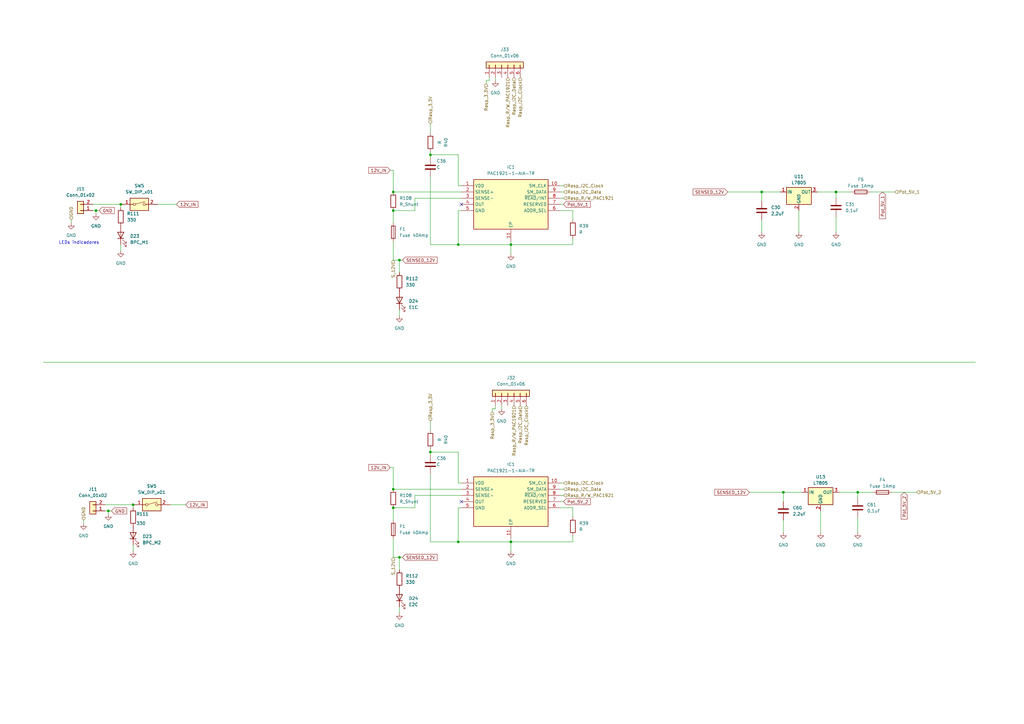
<source format=kicad_sch>
(kicad_sch (version 20230121) (generator eeschema)

  (uuid 231965f1-aea9-44e9-9e74-68b94dd0c3ba)

  (paper "A3")

  (title_block
    (rev "1")
  )

  (lib_symbols
    (symbol "Connector_Generic:Conn_01x02" (pin_names (offset 1.016) hide) (in_bom yes) (on_board yes)
      (property "Reference" "J" (at 0 2.54 0)
        (effects (font (size 1.27 1.27)))
      )
      (property "Value" "Conn_01x02" (at 0 -5.08 0)
        (effects (font (size 1.27 1.27)))
      )
      (property "Footprint" "" (at 0 0 0)
        (effects (font (size 1.27 1.27)) hide)
      )
      (property "Datasheet" "~" (at 0 0 0)
        (effects (font (size 1.27 1.27)) hide)
      )
      (property "ki_keywords" "connector" (at 0 0 0)
        (effects (font (size 1.27 1.27)) hide)
      )
      (property "ki_description" "Generic connector, single row, 01x02, script generated (kicad-library-utils/schlib/autogen/connector/)" (at 0 0 0)
        (effects (font (size 1.27 1.27)) hide)
      )
      (property "ki_fp_filters" "Connector*:*_1x??_*" (at 0 0 0)
        (effects (font (size 1.27 1.27)) hide)
      )
      (symbol "Conn_01x02_1_1"
        (rectangle (start -1.27 -2.413) (end 0 -2.667)
          (stroke (width 0.1524) (type default))
          (fill (type none))
        )
        (rectangle (start -1.27 0.127) (end 0 -0.127)
          (stroke (width 0.1524) (type default))
          (fill (type none))
        )
        (rectangle (start -1.27 1.27) (end 1.27 -3.81)
          (stroke (width 0.254) (type default))
          (fill (type background))
        )
        (pin passive line (at -5.08 0 0) (length 3.81)
          (name "Pin_1" (effects (font (size 1.27 1.27))))
          (number "1" (effects (font (size 1.27 1.27))))
        )
        (pin passive line (at -5.08 -2.54 0) (length 3.81)
          (name "Pin_2" (effects (font (size 1.27 1.27))))
          (number "2" (effects (font (size 1.27 1.27))))
        )
      )
    )
    (symbol "Connector_Generic:Conn_01x06" (pin_names (offset 1.016) hide) (in_bom yes) (on_board yes)
      (property "Reference" "J" (at 0 7.62 0)
        (effects (font (size 1.27 1.27)))
      )
      (property "Value" "Conn_01x06" (at 0 -10.16 0)
        (effects (font (size 1.27 1.27)))
      )
      (property "Footprint" "" (at 0 0 0)
        (effects (font (size 1.27 1.27)) hide)
      )
      (property "Datasheet" "~" (at 0 0 0)
        (effects (font (size 1.27 1.27)) hide)
      )
      (property "ki_keywords" "connector" (at 0 0 0)
        (effects (font (size 1.27 1.27)) hide)
      )
      (property "ki_description" "Generic connector, single row, 01x06, script generated (kicad-library-utils/schlib/autogen/connector/)" (at 0 0 0)
        (effects (font (size 1.27 1.27)) hide)
      )
      (property "ki_fp_filters" "Connector*:*_1x??_*" (at 0 0 0)
        (effects (font (size 1.27 1.27)) hide)
      )
      (symbol "Conn_01x06_1_1"
        (rectangle (start -1.27 -7.493) (end 0 -7.747)
          (stroke (width 0.1524) (type default))
          (fill (type none))
        )
        (rectangle (start -1.27 -4.953) (end 0 -5.207)
          (stroke (width 0.1524) (type default))
          (fill (type none))
        )
        (rectangle (start -1.27 -2.413) (end 0 -2.667)
          (stroke (width 0.1524) (type default))
          (fill (type none))
        )
        (rectangle (start -1.27 0.127) (end 0 -0.127)
          (stroke (width 0.1524) (type default))
          (fill (type none))
        )
        (rectangle (start -1.27 2.667) (end 0 2.413)
          (stroke (width 0.1524) (type default))
          (fill (type none))
        )
        (rectangle (start -1.27 5.207) (end 0 4.953)
          (stroke (width 0.1524) (type default))
          (fill (type none))
        )
        (rectangle (start -1.27 6.35) (end 1.27 -8.89)
          (stroke (width 0.254) (type default))
          (fill (type background))
        )
        (pin passive line (at -5.08 5.08 0) (length 3.81)
          (name "Pin_1" (effects (font (size 1.27 1.27))))
          (number "1" (effects (font (size 1.27 1.27))))
        )
        (pin passive line (at -5.08 2.54 0) (length 3.81)
          (name "Pin_2" (effects (font (size 1.27 1.27))))
          (number "2" (effects (font (size 1.27 1.27))))
        )
        (pin passive line (at -5.08 0 0) (length 3.81)
          (name "Pin_3" (effects (font (size 1.27 1.27))))
          (number "3" (effects (font (size 1.27 1.27))))
        )
        (pin passive line (at -5.08 -2.54 0) (length 3.81)
          (name "Pin_4" (effects (font (size 1.27 1.27))))
          (number "4" (effects (font (size 1.27 1.27))))
        )
        (pin passive line (at -5.08 -5.08 0) (length 3.81)
          (name "Pin_5" (effects (font (size 1.27 1.27))))
          (number "5" (effects (font (size 1.27 1.27))))
        )
        (pin passive line (at -5.08 -7.62 0) (length 3.81)
          (name "Pin_6" (effects (font (size 1.27 1.27))))
          (number "6" (effects (font (size 1.27 1.27))))
        )
      )
    )
    (symbol "Device:C" (pin_numbers hide) (pin_names (offset 0.254)) (in_bom yes) (on_board yes)
      (property "Reference" "C" (at 0.635 2.54 0)
        (effects (font (size 1.27 1.27)) (justify left))
      )
      (property "Value" "C" (at 0.635 -2.54 0)
        (effects (font (size 1.27 1.27)) (justify left))
      )
      (property "Footprint" "" (at 0.9652 -3.81 0)
        (effects (font (size 1.27 1.27)) hide)
      )
      (property "Datasheet" "~" (at 0 0 0)
        (effects (font (size 1.27 1.27)) hide)
      )
      (property "ki_keywords" "cap capacitor" (at 0 0 0)
        (effects (font (size 1.27 1.27)) hide)
      )
      (property "ki_description" "Unpolarized capacitor" (at 0 0 0)
        (effects (font (size 1.27 1.27)) hide)
      )
      (property "ki_fp_filters" "C_*" (at 0 0 0)
        (effects (font (size 1.27 1.27)) hide)
      )
      (symbol "C_0_1"
        (polyline
          (pts
            (xy -2.032 -0.762)
            (xy 2.032 -0.762)
          )
          (stroke (width 0.508) (type default))
          (fill (type none))
        )
        (polyline
          (pts
            (xy -2.032 0.762)
            (xy 2.032 0.762)
          )
          (stroke (width 0.508) (type default))
          (fill (type none))
        )
      )
      (symbol "C_1_1"
        (pin passive line (at 0 3.81 270) (length 2.794)
          (name "~" (effects (font (size 1.27 1.27))))
          (number "1" (effects (font (size 1.27 1.27))))
        )
        (pin passive line (at 0 -3.81 90) (length 2.794)
          (name "~" (effects (font (size 1.27 1.27))))
          (number "2" (effects (font (size 1.27 1.27))))
        )
      )
    )
    (symbol "Device:Fuse" (pin_numbers hide) (pin_names (offset 0)) (in_bom yes) (on_board yes)
      (property "Reference" "F" (at 2.032 0 90)
        (effects (font (size 1.27 1.27)))
      )
      (property "Value" "Fuse" (at -1.905 0 90)
        (effects (font (size 1.27 1.27)))
      )
      (property "Footprint" "" (at -1.778 0 90)
        (effects (font (size 1.27 1.27)) hide)
      )
      (property "Datasheet" "~" (at 0 0 0)
        (effects (font (size 1.27 1.27)) hide)
      )
      (property "ki_keywords" "fuse" (at 0 0 0)
        (effects (font (size 1.27 1.27)) hide)
      )
      (property "ki_description" "Fuse" (at 0 0 0)
        (effects (font (size 1.27 1.27)) hide)
      )
      (property "ki_fp_filters" "*Fuse*" (at 0 0 0)
        (effects (font (size 1.27 1.27)) hide)
      )
      (symbol "Fuse_0_1"
        (rectangle (start -0.762 -2.54) (end 0.762 2.54)
          (stroke (width 0.254) (type default))
          (fill (type none))
        )
        (polyline
          (pts
            (xy 0 2.54)
            (xy 0 -2.54)
          )
          (stroke (width 0) (type default))
          (fill (type none))
        )
      )
      (symbol "Fuse_1_1"
        (pin passive line (at 0 3.81 270) (length 1.27)
          (name "~" (effects (font (size 1.27 1.27))))
          (number "1" (effects (font (size 1.27 1.27))))
        )
        (pin passive line (at 0 -3.81 90) (length 1.27)
          (name "~" (effects (font (size 1.27 1.27))))
          (number "2" (effects (font (size 1.27 1.27))))
        )
      )
    )
    (symbol "Device:LED" (pin_numbers hide) (pin_names (offset 1.016) hide) (in_bom yes) (on_board yes)
      (property "Reference" "D" (at 0 2.54 0)
        (effects (font (size 1.27 1.27)))
      )
      (property "Value" "LED" (at 0 -2.54 0)
        (effects (font (size 1.27 1.27)))
      )
      (property "Footprint" "" (at 0 0 0)
        (effects (font (size 1.27 1.27)) hide)
      )
      (property "Datasheet" "~" (at 0 0 0)
        (effects (font (size 1.27 1.27)) hide)
      )
      (property "ki_keywords" "LED diode" (at 0 0 0)
        (effects (font (size 1.27 1.27)) hide)
      )
      (property "ki_description" "Light emitting diode" (at 0 0 0)
        (effects (font (size 1.27 1.27)) hide)
      )
      (property "ki_fp_filters" "LED* LED_SMD:* LED_THT:*" (at 0 0 0)
        (effects (font (size 1.27 1.27)) hide)
      )
      (symbol "LED_0_1"
        (polyline
          (pts
            (xy -1.27 -1.27)
            (xy -1.27 1.27)
          )
          (stroke (width 0.254) (type default))
          (fill (type none))
        )
        (polyline
          (pts
            (xy -1.27 0)
            (xy 1.27 0)
          )
          (stroke (width 0) (type default))
          (fill (type none))
        )
        (polyline
          (pts
            (xy 1.27 -1.27)
            (xy 1.27 1.27)
            (xy -1.27 0)
            (xy 1.27 -1.27)
          )
          (stroke (width 0.254) (type default))
          (fill (type none))
        )
        (polyline
          (pts
            (xy -3.048 -0.762)
            (xy -4.572 -2.286)
            (xy -3.81 -2.286)
            (xy -4.572 -2.286)
            (xy -4.572 -1.524)
          )
          (stroke (width 0) (type default))
          (fill (type none))
        )
        (polyline
          (pts
            (xy -1.778 -0.762)
            (xy -3.302 -2.286)
            (xy -2.54 -2.286)
            (xy -3.302 -2.286)
            (xy -3.302 -1.524)
          )
          (stroke (width 0) (type default))
          (fill (type none))
        )
      )
      (symbol "LED_1_1"
        (pin passive line (at -3.81 0 0) (length 2.54)
          (name "K" (effects (font (size 1.27 1.27))))
          (number "1" (effects (font (size 1.27 1.27))))
        )
        (pin passive line (at 3.81 0 180) (length 2.54)
          (name "A" (effects (font (size 1.27 1.27))))
          (number "2" (effects (font (size 1.27 1.27))))
        )
      )
    )
    (symbol "Device:R" (pin_numbers hide) (pin_names (offset 0)) (in_bom yes) (on_board yes)
      (property "Reference" "R" (at 2.032 0 90)
        (effects (font (size 1.27 1.27)))
      )
      (property "Value" "R" (at 0 0 90)
        (effects (font (size 1.27 1.27)))
      )
      (property "Footprint" "" (at -1.778 0 90)
        (effects (font (size 1.27 1.27)) hide)
      )
      (property "Datasheet" "~" (at 0 0 0)
        (effects (font (size 1.27 1.27)) hide)
      )
      (property "ki_keywords" "R res resistor" (at 0 0 0)
        (effects (font (size 1.27 1.27)) hide)
      )
      (property "ki_description" "Resistor" (at 0 0 0)
        (effects (font (size 1.27 1.27)) hide)
      )
      (property "ki_fp_filters" "R_*" (at 0 0 0)
        (effects (font (size 1.27 1.27)) hide)
      )
      (symbol "R_0_1"
        (rectangle (start -1.016 -2.54) (end 1.016 2.54)
          (stroke (width 0.254) (type default))
          (fill (type none))
        )
      )
      (symbol "R_1_1"
        (pin passive line (at 0 3.81 270) (length 1.27)
          (name "~" (effects (font (size 1.27 1.27))))
          (number "1" (effects (font (size 1.27 1.27))))
        )
        (pin passive line (at 0 -3.81 90) (length 1.27)
          (name "~" (effects (font (size 1.27 1.27))))
          (number "2" (effects (font (size 1.27 1.27))))
        )
      )
    )
    (symbol "PAC1921:PAC1921-1-AIA-TR" (in_bom yes) (on_board yes)
      (property "Reference" "IC" (at 36.83 7.62 0)
        (effects (font (size 1.27 1.27)) (justify left top))
      )
      (property "Value" "PAC1921-1-AIA-TR" (at 36.83 5.08 0)
        (effects (font (size 1.27 1.27)) (justify left top))
      )
      (property "Footprint" "SON50P300X300X90-11N-D" (at 36.83 -94.92 0)
        (effects (font (size 1.27 1.27)) (justify left top) hide)
      )
      (property "Datasheet" "https://ww1.microchip.com/downloads/en/DeviceDoc/PAC1921-Data-Sheet-DS20005293E.pdf" (at 36.83 -194.92 0)
        (effects (font (size 1.27 1.27)) (justify left top) hide)
      )
      (property "Height" "0.9" (at 36.83 -394.92 0)
        (effects (font (size 1.27 1.27)) (justify left top) hide)
      )
      (property "Mouser Part Number" "579-PAC1921-1-AIA-TR" (at 36.83 -494.92 0)
        (effects (font (size 1.27 1.27)) (justify left top) hide)
      )
      (property "Mouser Price/Stock" "https://www.mouser.co.uk/ProductDetail/Microchip-Technology/PAC1921-1-AIA-TR?qs=7SaOZgBIvyvFr0obZE5QtA%3D%3D" (at 36.83 -594.92 0)
        (effects (font (size 1.27 1.27)) (justify left top) hide)
      )
      (property "Manufacturer_Name" "Microchip" (at 36.83 -694.92 0)
        (effects (font (size 1.27 1.27)) (justify left top) hide)
      )
      (property "Manufacturer_Part_Number" "PAC1921-1-AIA-TR" (at 36.83 -794.92 0)
        (effects (font (size 1.27 1.27)) (justify left top) hide)
      )
      (property "ki_description" "Current & Power Monitors & Regulators Single High Side Current Sensor, I2C/SMBus with Analog Output, 32V" (at 0 0 0)
        (effects (font (size 1.27 1.27)) hide)
      )
      (symbol "PAC1921-1-AIA-TR_1_1"
        (rectangle (start 5.08 2.54) (end 35.56 -17.78)
          (stroke (width 0.254) (type default))
          (fill (type background))
        )
        (pin passive line (at 0 0 0) (length 5.08)
          (name "VDD" (effects (font (size 1.27 1.27))))
          (number "1" (effects (font (size 1.27 1.27))))
        )
        (pin passive line (at 40.64 0 180) (length 5.08)
          (name "SM_CLK" (effects (font (size 1.27 1.27))))
          (number "10" (effects (font (size 1.27 1.27))))
        )
        (pin passive line (at 20.32 -22.86 90) (length 5.08)
          (name "EP" (effects (font (size 1.27 1.27))))
          (number "11" (effects (font (size 1.27 1.27))))
        )
        (pin passive line (at 0 -2.54 0) (length 5.08)
          (name "SENSE+" (effects (font (size 1.27 1.27))))
          (number "2" (effects (font (size 1.27 1.27))))
        )
        (pin passive line (at 0 -5.08 0) (length 5.08)
          (name "SENSE-" (effects (font (size 1.27 1.27))))
          (number "3" (effects (font (size 1.27 1.27))))
        )
        (pin passive line (at 0 -7.62 0) (length 5.08)
          (name "OUT" (effects (font (size 1.27 1.27))))
          (number "4" (effects (font (size 1.27 1.27))))
        )
        (pin passive line (at 0 -10.16 0) (length 5.08)
          (name "GND" (effects (font (size 1.27 1.27))))
          (number "5" (effects (font (size 1.27 1.27))))
        )
        (pin passive line (at 40.64 -10.16 180) (length 5.08)
          (name "ADDR_SEL" (effects (font (size 1.27 1.27))))
          (number "6" (effects (font (size 1.27 1.27))))
        )
        (pin passive line (at 40.64 -7.62 180) (length 5.08)
          (name "RESERVED" (effects (font (size 1.27 1.27))))
          (number "7" (effects (font (size 1.27 1.27))))
        )
        (pin passive line (at 40.64 -5.08 180) (length 5.08)
          (name "~{READ}/INT" (effects (font (size 1.27 1.27))))
          (number "8" (effects (font (size 1.27 1.27))))
        )
        (pin passive line (at 40.64 -2.54 180) (length 5.08)
          (name "SM_DATA" (effects (font (size 1.27 1.27))))
          (number "9" (effects (font (size 1.27 1.27))))
        )
      )
    )
    (symbol "Regulator_Linear:L7805" (pin_names (offset 0.254)) (in_bom yes) (on_board yes)
      (property "Reference" "U" (at -3.81 3.175 0)
        (effects (font (size 1.27 1.27)))
      )
      (property "Value" "L7805" (at 0 3.175 0)
        (effects (font (size 1.27 1.27)) (justify left))
      )
      (property "Footprint" "" (at 0.635 -3.81 0)
        (effects (font (size 1.27 1.27) italic) (justify left) hide)
      )
      (property "Datasheet" "http://www.st.com/content/ccc/resource/technical/document/datasheet/41/4f/b3/b0/12/d4/47/88/CD00000444.pdf/files/CD00000444.pdf/jcr:content/translations/en.CD00000444.pdf" (at 0 -1.27 0)
        (effects (font (size 1.27 1.27)) hide)
      )
      (property "ki_keywords" "Voltage Regulator 1.5A Positive" (at 0 0 0)
        (effects (font (size 1.27 1.27)) hide)
      )
      (property "ki_description" "Positive 1.5A 35V Linear Regulator, Fixed Output 5V, TO-220/TO-263/TO-252" (at 0 0 0)
        (effects (font (size 1.27 1.27)) hide)
      )
      (property "ki_fp_filters" "TO?252* TO?263* TO?220*" (at 0 0 0)
        (effects (font (size 1.27 1.27)) hide)
      )
      (symbol "L7805_0_1"
        (rectangle (start -5.08 1.905) (end 5.08 -5.08)
          (stroke (width 0.254) (type default))
          (fill (type background))
        )
      )
      (symbol "L7805_1_1"
        (pin power_in line (at -7.62 0 0) (length 2.54)
          (name "IN" (effects (font (size 1.27 1.27))))
          (number "1" (effects (font (size 1.27 1.27))))
        )
        (pin power_in line (at 0 -7.62 90) (length 2.54)
          (name "GND" (effects (font (size 1.27 1.27))))
          (number "2" (effects (font (size 1.27 1.27))))
        )
        (pin power_out line (at 7.62 0 180) (length 2.54)
          (name "OUT" (effects (font (size 1.27 1.27))))
          (number "3" (effects (font (size 1.27 1.27))))
        )
      )
    )
    (symbol "Switch:SW_DIP_x01" (pin_names (offset 0) hide) (in_bom yes) (on_board yes)
      (property "Reference" "SW" (at 0 3.81 0)
        (effects (font (size 1.27 1.27)))
      )
      (property "Value" "SW_DIP_x01" (at 0 -3.81 0)
        (effects (font (size 1.27 1.27)))
      )
      (property "Footprint" "" (at 0 0 0)
        (effects (font (size 1.27 1.27)) hide)
      )
      (property "Datasheet" "~" (at 0 0 0)
        (effects (font (size 1.27 1.27)) hide)
      )
      (property "ki_keywords" "dip switch" (at 0 0 0)
        (effects (font (size 1.27 1.27)) hide)
      )
      (property "ki_description" "1x DIP Switch, Single Pole Single Throw (SPST) switch, small symbol" (at 0 0 0)
        (effects (font (size 1.27 1.27)) hide)
      )
      (property "ki_fp_filters" "SW?DIP?x1*" (at 0 0 0)
        (effects (font (size 1.27 1.27)) hide)
      )
      (symbol "SW_DIP_x01_0_0"
        (circle (center -2.032 0) (radius 0.508)
          (stroke (width 0) (type default))
          (fill (type none))
        )
        (polyline
          (pts
            (xy -1.524 0.127)
            (xy 2.3622 1.1684)
          )
          (stroke (width 0) (type default))
          (fill (type none))
        )
        (circle (center 2.032 0) (radius 0.508)
          (stroke (width 0) (type default))
          (fill (type none))
        )
      )
      (symbol "SW_DIP_x01_0_1"
        (rectangle (start -3.81 2.54) (end 3.81 -2.54)
          (stroke (width 0.254) (type default))
          (fill (type background))
        )
      )
      (symbol "SW_DIP_x01_1_1"
        (pin passive line (at -7.62 0 0) (length 5.08)
          (name "~" (effects (font (size 1.27 1.27))))
          (number "1" (effects (font (size 1.27 1.27))))
        )
        (pin passive line (at 7.62 0 180) (length 5.08)
          (name "~" (effects (font (size 1.27 1.27))))
          (number "2" (effects (font (size 1.27 1.27))))
        )
      )
    )
    (symbol "power:GND" (power) (pin_names (offset 0)) (in_bom yes) (on_board yes)
      (property "Reference" "#PWR" (at 0 -6.35 0)
        (effects (font (size 1.27 1.27)) hide)
      )
      (property "Value" "GND" (at 0 -3.81 0)
        (effects (font (size 1.27 1.27)))
      )
      (property "Footprint" "" (at 0 0 0)
        (effects (font (size 1.27 1.27)) hide)
      )
      (property "Datasheet" "" (at 0 0 0)
        (effects (font (size 1.27 1.27)) hide)
      )
      (property "ki_keywords" "global power" (at 0 0 0)
        (effects (font (size 1.27 1.27)) hide)
      )
      (property "ki_description" "Power symbol creates a global label with name \"GND\" , ground" (at 0 0 0)
        (effects (font (size 1.27 1.27)) hide)
      )
      (symbol "GND_0_1"
        (polyline
          (pts
            (xy 0 0)
            (xy 0 -1.27)
            (xy 1.27 -1.27)
            (xy 0 -2.54)
            (xy -1.27 -1.27)
            (xy 0 -1.27)
          )
          (stroke (width 0) (type default))
          (fill (type none))
        )
      )
      (symbol "GND_1_1"
        (pin power_in line (at 0 0 270) (length 0) hide
          (name "GND" (effects (font (size 1.27 1.27))))
          (number "1" (effects (font (size 1.27 1.27))))
        )
      )
    )
  )

  (junction (at 342.9 78.74) (diameter 0) (color 0 0 0 0)
    (uuid 154f34ad-ba13-4b1e-ba77-5c8430603804)
  )
  (junction (at 49.53 83.82) (diameter 0) (color 0 0 0 0)
    (uuid 3b8484bb-53ce-490c-b95e-e25314131864)
  )
  (junction (at 351.79 201.93) (diameter 0) (color 0 0 0 0)
    (uuid 41284fc3-1fd1-49ed-b532-9bcc50f7554e)
  )
  (junction (at 176.53 185.42) (diameter 0) (color 0 0 0 0)
    (uuid 435c654f-8bb4-414e-8dc9-ea50e49cf0bb)
  )
  (junction (at 187.96 222.25) (diameter 0) (color 0 0 0 0)
    (uuid 52c9e86b-c4df-4380-91f6-590ebd4e1f65)
  )
  (junction (at 163.83 106.68) (diameter 0) (color 0 0 0 0)
    (uuid 573290af-a6ac-422a-8057-ed77380dd393)
  )
  (junction (at 176.53 63.5) (diameter 0) (color 0 0 0 0)
    (uuid 626af7e3-95cf-4156-a09b-7ecc529492ea)
  )
  (junction (at 161.29 86.36) (diameter 0) (color 0 0 0 0)
    (uuid 6503abf8-2bf6-407c-9518-83f6c34c780a)
  )
  (junction (at 161.29 78.74) (diameter 0) (color 0 0 0 0)
    (uuid 73c7260e-2e7e-4a93-934e-403f3e0d6342)
  )
  (junction (at 187.96 100.33) (diameter 0) (color 0 0 0 0)
    (uuid aeb39cc4-63d5-4d01-b643-0bd975a624c7)
  )
  (junction (at 161.29 200.66) (diameter 0) (color 0 0 0 0)
    (uuid af8790d5-f277-419c-9fda-8caba5730732)
  )
  (junction (at 321.31 201.93) (diameter 0) (color 0 0 0 0)
    (uuid afa0b0c8-b63f-4357-80e3-14cf60b03cd0)
  )
  (junction (at 39.37 86.36) (diameter 0) (color 0 0 0 0)
    (uuid b33e6252-bcc1-4fa3-a099-44e6a161af15)
  )
  (junction (at 161.29 208.28) (diameter 0) (color 0 0 0 0)
    (uuid b9cbe7d5-7ada-48d6-8fe2-2ce5ac875de4)
  )
  (junction (at 209.55 100.33) (diameter 0) (color 0 0 0 0)
    (uuid bf609066-8786-4212-8a25-6604e55651ce)
  )
  (junction (at 44.45 209.55) (diameter 0) (color 0 0 0 0)
    (uuid ccdf8b8c-717e-4878-b2ff-c69ed9cf5cc4)
  )
  (junction (at 163.83 228.6) (diameter 0) (color 0 0 0 0)
    (uuid d99bbacb-00f6-4f84-a942-5bcd872ee1a7)
  )
  (junction (at 209.55 222.25) (diameter 0) (color 0 0 0 0)
    (uuid dac95d89-0aa2-4348-886a-19550f1ffb5f)
  )
  (junction (at 312.42 78.74) (diameter 0) (color 0 0 0 0)
    (uuid fb865041-c23e-4ce3-844b-b48805f8eaf7)
  )
  (junction (at 54.61 207.01) (diameter 0) (color 0 0 0 0)
    (uuid fefd0df1-28ef-41b5-9415-57705e2765ed)
  )

  (no_connect (at 189.23 83.82) (uuid 504e0d98-479c-4c3a-8d46-48ad0897c82a))
  (no_connect (at 189.23 205.74) (uuid 69e66d06-dca5-4516-8f6d-65bca51156f1))

  (wire (pts (xy 64.77 83.82) (xy 72.39 83.82))
    (stroke (width 0) (type default))
    (uuid 049d3076-15b6-41e0-bcef-cc915a5199db)
  )
  (wire (pts (xy 356.87 78.74) (xy 367.03 78.74))
    (stroke (width 0) (type default))
    (uuid 0869248f-334b-4f33-8271-24fcf6da1162)
  )
  (wire (pts (xy 187.96 63.5) (xy 176.53 63.5))
    (stroke (width 0) (type default))
    (uuid 08e0453a-ed3d-4668-8bac-26907bd2a580)
  )
  (wire (pts (xy 231.14 83.82) (xy 229.87 83.82))
    (stroke (width 0) (type default))
    (uuid 0c1659dc-ae18-4eef-ba77-2917eda8e6d5)
  )
  (wire (pts (xy 229.87 203.2) (xy 231.14 203.2))
    (stroke (width 0) (type default))
    (uuid 0c9ab78b-f87f-4683-a31e-77c492af1cd7)
  )
  (wire (pts (xy 176.53 72.39) (xy 176.53 100.33))
    (stroke (width 0) (type default))
    (uuid 0eb9b059-849b-4b68-9ebd-fece8429fcaf)
  )
  (wire (pts (xy 307.34 201.93) (xy 321.31 201.93))
    (stroke (width 0) (type default))
    (uuid 12697de2-2230-46a5-b71d-f222da1e4b8c)
  )
  (wire (pts (xy 176.53 172.72) (xy 176.53 176.53))
    (stroke (width 0) (type default))
    (uuid 14a4d84e-f5fd-4377-a2a4-0d9848643891)
  )
  (wire (pts (xy 49.53 100.33) (xy 49.53 102.87))
    (stroke (width 0) (type default))
    (uuid 14c12d19-fe82-4b80-8110-fc05b89354a6)
  )
  (wire (pts (xy 54.61 223.52) (xy 54.61 226.06))
    (stroke (width 0) (type default))
    (uuid 180a8a11-6d3f-4e04-9a1b-7a3f9c3d3102)
  )
  (wire (pts (xy 161.29 200.66) (xy 189.23 200.66))
    (stroke (width 0) (type default))
    (uuid 1a3bbcae-f5e9-4eed-b652-475dee0f84dd)
  )
  (wire (pts (xy 38.1 83.82) (xy 49.53 83.82))
    (stroke (width 0) (type default))
    (uuid 1d3bc285-e3ae-4dad-a4cb-82fb3bce5fae)
  )
  (wire (pts (xy 351.79 201.93) (xy 358.14 201.93))
    (stroke (width 0) (type default))
    (uuid 1d9216bc-e0a3-41c9-9102-694ce78023c3)
  )
  (wire (pts (xy 229.87 198.12) (xy 231.14 198.12))
    (stroke (width 0) (type default))
    (uuid 242ad7bd-8d38-498d-aa6b-a597e8a5dca6)
  )
  (wire (pts (xy 176.53 50.8) (xy 176.53 54.61))
    (stroke (width 0) (type default))
    (uuid 251da5ca-5feb-4c63-95d4-be66a92acf27)
  )
  (wire (pts (xy 176.53 194.31) (xy 176.53 222.25))
    (stroke (width 0) (type default))
    (uuid 26cc413b-f357-4edb-acde-1b7e30ef7bfb)
  )
  (wire (pts (xy 203.2 31.75) (xy 203.2 33.02))
    (stroke (width 0) (type default))
    (uuid 32a79dda-656c-4d11-936a-684456df219f)
  )
  (wire (pts (xy 187.96 100.33) (xy 209.55 100.33))
    (stroke (width 0) (type default))
    (uuid 35fdc18a-0f70-48f5-a4d7-d136d57507e4)
  )
  (wire (pts (xy 229.87 78.74) (xy 231.14 78.74))
    (stroke (width 0) (type default))
    (uuid 3a078b12-bd74-4684-a229-36ded51fb892)
  )
  (wire (pts (xy 38.1 86.36) (xy 39.37 86.36))
    (stroke (width 0) (type default))
    (uuid 3cb92e13-f133-41bc-920a-e61b566e82de)
  )
  (wire (pts (xy 187.96 222.25) (xy 209.55 222.25))
    (stroke (width 0) (type default))
    (uuid 42ca9882-7cfb-486c-9280-87212b5fa883)
  )
  (wire (pts (xy 187.96 76.2) (xy 187.96 63.5))
    (stroke (width 0) (type default))
    (uuid 447d6578-228b-4be6-9264-831a31384780)
  )
  (wire (pts (xy 176.53 63.5) (xy 176.53 64.77))
    (stroke (width 0) (type default))
    (uuid 481ec96e-0636-426a-ad76-902495dc3384)
  )
  (wire (pts (xy 201.93 167.64) (xy 201.93 168.91))
    (stroke (width 0) (type default))
    (uuid 4f9195b9-b477-4a1b-a165-b67e11dadafb)
  )
  (wire (pts (xy 229.87 81.28) (xy 231.14 81.28))
    (stroke (width 0) (type default))
    (uuid 510420f8-dcfe-4a61-af77-1e0a3db4e4de)
  )
  (wire (pts (xy 321.31 213.36) (xy 321.31 218.44))
    (stroke (width 0) (type default))
    (uuid 51ef64ba-af34-410b-81b2-0c043ca33658)
  )
  (wire (pts (xy 34.29 213.36) (xy 34.29 214.63))
    (stroke (width 0) (type default))
    (uuid 524a69be-2e57-4680-95dd-2c8df211d2f4)
  )
  (wire (pts (xy 342.9 78.74) (xy 349.25 78.74))
    (stroke (width 0) (type default))
    (uuid 559cb8ab-1f5d-4c5a-a40a-ab556a0f06f8)
  )
  (wire (pts (xy 209.55 222.25) (xy 209.55 220.98))
    (stroke (width 0) (type default))
    (uuid 5b0c67eb-4d0a-43b6-8844-57b71c45447b)
  )
  (wire (pts (xy 163.83 228.6) (xy 161.29 228.6))
    (stroke (width 0) (type default))
    (uuid 5b5b4220-8c67-406a-8f38-fc407b9770b9)
  )
  (wire (pts (xy 161.29 69.85) (xy 161.29 78.74))
    (stroke (width 0) (type default))
    (uuid 5b921b07-8fee-408b-892a-b4a7729c75ea)
  )
  (wire (pts (xy 312.42 82.55) (xy 312.42 78.74))
    (stroke (width 0) (type default))
    (uuid 5f1107e8-d6de-483f-8057-a04a20b2dd0d)
  )
  (wire (pts (xy 54.61 207.01) (xy 54.61 208.28))
    (stroke (width 0) (type default))
    (uuid 60509816-1b8b-4751-a12c-d6a82b62484d)
  )
  (wire (pts (xy 351.79 201.93) (xy 351.79 204.47))
    (stroke (width 0) (type default))
    (uuid 607af04f-1e6b-4aed-bff3-92940b9cc2a6)
  )
  (wire (pts (xy 44.45 209.55) (xy 44.45 210.82))
    (stroke (width 0) (type default))
    (uuid 61fb32f6-d0f4-4059-9b8c-2ed423dcf401)
  )
  (wire (pts (xy 187.96 76.2) (xy 189.23 76.2))
    (stroke (width 0) (type default))
    (uuid 6228647b-4b19-4d37-85c8-5ff6286c137f)
  )
  (wire (pts (xy 176.53 184.15) (xy 176.53 185.42))
    (stroke (width 0) (type default))
    (uuid 635453d9-ca62-4a2b-8d4d-31c137e461a3)
  )
  (wire (pts (xy 229.87 200.66) (xy 231.14 200.66))
    (stroke (width 0) (type default))
    (uuid 657e87c6-453c-46b0-80f8-d34d7872607b)
  )
  (wire (pts (xy 187.96 198.12) (xy 189.23 198.12))
    (stroke (width 0) (type default))
    (uuid 66c6c381-baa1-47d3-b8cb-b9a850377109)
  )
  (wire (pts (xy 231.14 205.74) (xy 229.87 205.74))
    (stroke (width 0) (type default))
    (uuid 6911488e-da45-4f98-93b1-510d521b09a0)
  )
  (wire (pts (xy 342.9 78.74) (xy 342.9 81.28))
    (stroke (width 0) (type default))
    (uuid 718797db-3cda-4874-910e-fbe80e5f7c32)
  )
  (wire (pts (xy 199.39 33.02) (xy 200.66 33.02))
    (stroke (width 0) (type default))
    (uuid 749bcb72-0183-4b43-8a3f-e7f951c04a67)
  )
  (wire (pts (xy 342.9 88.9) (xy 342.9 95.25))
    (stroke (width 0) (type default))
    (uuid 7634fde0-b9e4-476d-a744-da734ef2a5ad)
  )
  (wire (pts (xy 336.55 209.55) (xy 336.55 218.44))
    (stroke (width 0) (type default))
    (uuid 7a22b058-26cb-4c1c-8f9a-530eb18da603)
  )
  (wire (pts (xy 199.39 33.02) (xy 199.39 34.29))
    (stroke (width 0) (type default))
    (uuid 80c5ee8e-4bb2-4862-99b5-57828187a287)
  )
  (wire (pts (xy 187.96 86.36) (xy 187.96 100.33))
    (stroke (width 0) (type default))
    (uuid 80e11369-03ad-4988-8c81-92e76196157a)
  )
  (wire (pts (xy 312.42 78.74) (xy 320.04 78.74))
    (stroke (width 0) (type default))
    (uuid 81ff6634-a95b-45c9-9b28-d5511721594c)
  )
  (wire (pts (xy 49.53 83.82) (xy 49.53 85.09))
    (stroke (width 0) (type default))
    (uuid 84f6472c-17d3-4b62-ac7f-07a909fddb18)
  )
  (wire (pts (xy 187.96 208.28) (xy 187.96 222.25))
    (stroke (width 0) (type default))
    (uuid 88686865-f021-4329-a014-314048d5605d)
  )
  (wire (pts (xy 170.18 81.28) (xy 170.18 86.36))
    (stroke (width 0) (type default))
    (uuid 886cf82a-fa69-4f31-8b88-3c46c90d6f0d)
  )
  (wire (pts (xy 187.96 86.36) (xy 189.23 86.36))
    (stroke (width 0) (type default))
    (uuid 8a8b4541-f1eb-422b-bd0e-6736c00a4aeb)
  )
  (wire (pts (xy 29.21 90.17) (xy 29.21 91.44))
    (stroke (width 0) (type default))
    (uuid 8b1dd10d-b9a2-4c51-89df-ad775e2164c9)
  )
  (wire (pts (xy 176.53 62.23) (xy 176.53 63.5))
    (stroke (width 0) (type default))
    (uuid 8bd80914-51b1-4497-87ee-f108caa135c1)
  )
  (wire (pts (xy 160.02 191.77) (xy 161.29 191.77))
    (stroke (width 0) (type default))
    (uuid 9211fa30-ee98-47e3-b42b-d9e1d91da965)
  )
  (wire (pts (xy 163.83 248.92) (xy 163.83 251.46))
    (stroke (width 0) (type default))
    (uuid 9269685e-aefe-4375-84e6-b1982c42c724)
  )
  (wire (pts (xy 43.18 209.55) (xy 44.45 209.55))
    (stroke (width 0) (type default))
    (uuid 928a8c6a-99ca-4a54-b4be-ec1889de1fad)
  )
  (wire (pts (xy 234.95 97.79) (xy 234.95 100.33))
    (stroke (width 0) (type default))
    (uuid 94307823-e592-45f6-bc0d-53ba0d63b9fc)
  )
  (wire (pts (xy 170.18 208.28) (xy 161.29 208.28))
    (stroke (width 0) (type default))
    (uuid 96ae943e-5f86-4fbc-b9c8-93010836a0f0)
  )
  (wire (pts (xy 163.83 228.6) (xy 163.83 233.68))
    (stroke (width 0) (type default))
    (uuid 96cf9a69-6a79-4c21-a3aa-f8faa205ecac)
  )
  (wire (pts (xy 187.96 208.28) (xy 189.23 208.28))
    (stroke (width 0) (type default))
    (uuid 97689864-e695-4916-bf1c-c69253260297)
  )
  (wire (pts (xy 335.28 78.74) (xy 342.9 78.74))
    (stroke (width 0) (type default))
    (uuid 97f38aa2-7d6c-4eb8-90da-0ffdae19ce61)
  )
  (wire (pts (xy 170.18 86.36) (xy 161.29 86.36))
    (stroke (width 0) (type default))
    (uuid 97fcde1b-d576-4173-a68e-4e30c88efc37)
  )
  (wire (pts (xy 365.76 201.93) (xy 375.92 201.93))
    (stroke (width 0) (type default))
    (uuid 9ba473d0-62f2-4590-8a0c-ea96b0244426)
  )
  (wire (pts (xy 187.96 198.12) (xy 187.96 185.42))
    (stroke (width 0) (type default))
    (uuid 9ebf2dc6-7479-4ec1-bf4b-b770c9795ec2)
  )
  (wire (pts (xy 165.1 228.6) (xy 163.83 228.6))
    (stroke (width 0) (type default))
    (uuid a1e24c48-9c6e-4042-941e-4a32e0c66a81)
  )
  (wire (pts (xy 327.66 86.36) (xy 327.66 95.25))
    (stroke (width 0) (type default))
    (uuid a3d7749f-e5ef-41d8-83f1-576a45b6c13b)
  )
  (wire (pts (xy 163.83 127) (xy 163.83 129.54))
    (stroke (width 0) (type default))
    (uuid a578dc4e-687f-4486-bb9a-b87764b79759)
  )
  (wire (pts (xy 161.29 228.6) (xy 161.29 220.98))
    (stroke (width 0) (type default))
    (uuid a5f76c17-5c32-40be-a1cd-aa4a18c15b4f)
  )
  (wire (pts (xy 234.95 86.36) (xy 234.95 90.17))
    (stroke (width 0) (type default))
    (uuid a855ab5d-1d70-4322-a183-1a8d24d08b84)
  )
  (wire (pts (xy 163.83 106.68) (xy 161.29 106.68))
    (stroke (width 0) (type default))
    (uuid a914b4d3-5a5a-4e6a-bb37-ba2b45a3a9cc)
  )
  (wire (pts (xy 200.66 33.02) (xy 200.66 31.75))
    (stroke (width 0) (type default))
    (uuid b248c7d8-77c8-4f44-93f8-fa35d55d91ed)
  )
  (wire (pts (xy 209.55 100.33) (xy 209.55 99.06))
    (stroke (width 0) (type default))
    (uuid b51bba55-6f16-4cac-ad5b-aea746d85819)
  )
  (wire (pts (xy 44.45 209.55) (xy 45.72 209.55))
    (stroke (width 0) (type default))
    (uuid b7818a59-27cd-4814-abb0-1678decdd5bb)
  )
  (wire (pts (xy 298.45 78.74) (xy 312.42 78.74))
    (stroke (width 0) (type default))
    (uuid b859c2bb-9023-4e8a-9acd-cc6df2134f38)
  )
  (wire (pts (xy 17.78 148.59) (xy 400.05 148.59))
    (stroke (width 0) (type default))
    (uuid ba3a602c-9a98-4b69-9187-112e21c52d7e)
  )
  (wire (pts (xy 160.02 69.85) (xy 161.29 69.85))
    (stroke (width 0) (type default))
    (uuid bb157507-df9d-4b8d-bde6-417a66ec3fd6)
  )
  (wire (pts (xy 39.37 86.36) (xy 39.37 87.63))
    (stroke (width 0) (type default))
    (uuid bd83409d-941c-478c-ba90-50528c97ec27)
  )
  (wire (pts (xy 203.2 167.64) (xy 203.2 166.37))
    (stroke (width 0) (type default))
    (uuid be35fa2f-7431-4101-ae8a-5c81e7ad9db7)
  )
  (wire (pts (xy 321.31 205.74) (xy 321.31 201.93))
    (stroke (width 0) (type default))
    (uuid bf5ebd2c-1379-4f98-a4c1-3fb57bef3f61)
  )
  (wire (pts (xy 229.87 86.36) (xy 234.95 86.36))
    (stroke (width 0) (type default))
    (uuid c01b046a-be21-40c3-9c6c-db002f152670)
  )
  (wire (pts (xy 234.95 222.25) (xy 209.55 222.25))
    (stroke (width 0) (type default))
    (uuid c1c6a2f6-3c5b-43b2-817b-b0ea07b8a730)
  )
  (wire (pts (xy 69.85 207.01) (xy 76.2 207.01))
    (stroke (width 0) (type default))
    (uuid c452793e-2dc2-4824-818b-448a805b2589)
  )
  (wire (pts (xy 187.96 185.42) (xy 176.53 185.42))
    (stroke (width 0) (type default))
    (uuid c50cc429-9974-433a-b6bb-70cd85ad0be7)
  )
  (wire (pts (xy 351.79 212.09) (xy 351.79 218.44))
    (stroke (width 0) (type default))
    (uuid c5d76c28-ad20-4792-860d-3dfd303e1389)
  )
  (wire (pts (xy 43.18 207.01) (xy 54.61 207.01))
    (stroke (width 0) (type default))
    (uuid c6299cfb-648e-4b71-bc30-4ef244d6afff)
  )
  (wire (pts (xy 344.17 201.93) (xy 351.79 201.93))
    (stroke (width 0) (type default))
    (uuid c70cb1b1-f9d4-4489-9717-4486570fa1ad)
  )
  (wire (pts (xy 161.29 86.36) (xy 161.29 91.44))
    (stroke (width 0) (type default))
    (uuid c996e144-9a4f-498e-86f4-810d4970454f)
  )
  (wire (pts (xy 234.95 100.33) (xy 209.55 100.33))
    (stroke (width 0) (type default))
    (uuid cac8eaa4-62cd-460a-bf07-fa55f8d86bea)
  )
  (wire (pts (xy 170.18 203.2) (xy 170.18 208.28))
    (stroke (width 0) (type default))
    (uuid cbe6fea8-55c3-4bfe-bd1b-75be8efd6d98)
  )
  (wire (pts (xy 161.29 106.68) (xy 161.29 99.06))
    (stroke (width 0) (type default))
    (uuid cbfc23b4-14ec-41e6-8eef-9221f7ebbb68)
  )
  (wire (pts (xy 161.29 191.77) (xy 161.29 200.66))
    (stroke (width 0) (type default))
    (uuid cdb72444-d1c9-4395-baec-2aaeec16a57f)
  )
  (wire (pts (xy 312.42 90.17) (xy 312.42 95.25))
    (stroke (width 0) (type default))
    (uuid d140a646-8643-4f31-8db8-4efc72210be3)
  )
  (wire (pts (xy 189.23 81.28) (xy 170.18 81.28))
    (stroke (width 0) (type default))
    (uuid d579eaa8-45fd-4e6e-9f58-8dc0275fa386)
  )
  (wire (pts (xy 176.53 100.33) (xy 187.96 100.33))
    (stroke (width 0) (type default))
    (uuid d5e0de6f-2825-4666-82bf-5b743f4b36cf)
  )
  (wire (pts (xy 189.23 203.2) (xy 170.18 203.2))
    (stroke (width 0) (type default))
    (uuid da5ac3a6-2c7c-46fe-8544-a188e1792cb8)
  )
  (wire (pts (xy 209.55 100.33) (xy 209.55 104.14))
    (stroke (width 0) (type default))
    (uuid e2f840b5-e9e3-436a-9688-eab4a31051ac)
  )
  (wire (pts (xy 201.93 167.64) (xy 203.2 167.64))
    (stroke (width 0) (type default))
    (uuid e4aa9160-3fd7-4839-88ae-4a0bb209afd7)
  )
  (wire (pts (xy 163.83 106.68) (xy 163.83 111.76))
    (stroke (width 0) (type default))
    (uuid e77a2e02-75c4-4e35-8116-c1242c4d1299)
  )
  (wire (pts (xy 165.1 106.68) (xy 163.83 106.68))
    (stroke (width 0) (type default))
    (uuid eac38b77-856e-4d69-b270-1beebb86452b)
  )
  (wire (pts (xy 39.37 86.36) (xy 40.64 86.36))
    (stroke (width 0) (type default))
    (uuid ec87898c-53fd-47b6-a4c1-613cf0acb622)
  )
  (wire (pts (xy 234.95 219.71) (xy 234.95 222.25))
    (stroke (width 0) (type default))
    (uuid f113bfaa-8d98-4236-b6f1-eb8be0f5afa8)
  )
  (wire (pts (xy 234.95 208.28) (xy 234.95 212.09))
    (stroke (width 0) (type default))
    (uuid f21c3f98-243d-432b-9acd-cc07b74cdc77)
  )
  (wire (pts (xy 321.31 201.93) (xy 328.93 201.93))
    (stroke (width 0) (type default))
    (uuid f4e69129-08a3-48d7-b75c-1c7d24fb636c)
  )
  (wire (pts (xy 176.53 185.42) (xy 176.53 186.69))
    (stroke (width 0) (type default))
    (uuid f66b6de5-0bdc-4692-bc33-3ce55f7b68ad)
  )
  (wire (pts (xy 205.74 166.37) (xy 205.74 167.64))
    (stroke (width 0) (type default))
    (uuid f7a3ccc1-9f13-4cfa-879f-6fa41665f19e)
  )
  (wire (pts (xy 209.55 222.25) (xy 209.55 226.06))
    (stroke (width 0) (type default))
    (uuid f83dcc19-a374-4799-9de7-1525b83ebeb4)
  )
  (wire (pts (xy 176.53 222.25) (xy 187.96 222.25))
    (stroke (width 0) (type default))
    (uuid fa3ce46a-fa5e-482f-8f6a-07333cafa3ba)
  )
  (wire (pts (xy 229.87 208.28) (xy 234.95 208.28))
    (stroke (width 0) (type default))
    (uuid fb9e5460-df2b-4dc9-b8a1-060a3d7c4c92)
  )
  (wire (pts (xy 229.87 76.2) (xy 231.14 76.2))
    (stroke (width 0) (type default))
    (uuid fc73d7b0-1c8c-4d3b-a97f-a569b246d9dd)
  )
  (wire (pts (xy 161.29 208.28) (xy 161.29 213.36))
    (stroke (width 0) (type default))
    (uuid fe225ee9-ee3b-4d6c-9006-e87f90172f32)
  )
  (wire (pts (xy 161.29 78.74) (xy 189.23 78.74))
    (stroke (width 0) (type default))
    (uuid fed56e0a-68e8-421e-a929-e74b8edc265e)
  )

  (text "LEDs indicadores\n" (at 24.13 100.33 0)
    (effects (font (size 1.27 1.27)) (justify left bottom))
    (uuid f1ddb66c-e372-4062-bac7-950137b2c16c)
  )

  (global_label "12V_IN" (shape input) (at 76.2 207.01 0) (fields_autoplaced)
    (effects (font (size 1.27 1.27)) (justify left))
    (uuid 12249607-55b3-4e51-86e4-782c5a3a955d)
    (property "Intersheetrefs" "${INTERSHEET_REFS}" (at 85.5957 207.01 0)
      (effects (font (size 1.27 1.27)) (justify left) hide)
    )
  )
  (global_label "12V_IN" (shape input) (at 160.02 191.77 180) (fields_autoplaced)
    (effects (font (size 1.27 1.27)) (justify right))
    (uuid 1b06ee93-bc42-43d0-9b3f-68abff130ab2)
    (property "Intersheetrefs" "${INTERSHEET_REFS}" (at 150.6243 191.77 0)
      (effects (font (size 1.27 1.27)) (justify right) hide)
    )
  )
  (global_label "SENSED_12V" (shape input) (at 298.45 78.74 180) (fields_autoplaced)
    (effects (font (size 1.27 1.27)) (justify right))
    (uuid 23be95f3-2f81-4207-bc74-1e5854507fb9)
    (property "Intersheetrefs" "${INTERSHEET_REFS}" (at 283.6721 78.74 0)
      (effects (font (size 1.27 1.27)) (justify right) hide)
    )
  )
  (global_label "SENSED_12V" (shape input) (at 165.1 106.68 0) (fields_autoplaced)
    (effects (font (size 1.27 1.27)) (justify left))
    (uuid 32beda10-1708-42fa-a7bb-24803bc4e893)
    (property "Intersheetrefs" "${INTERSHEET_REFS}" (at 179.8779 106.68 0)
      (effects (font (size 1.27 1.27)) (justify left) hide)
    )
  )
  (global_label "12V_IN" (shape input) (at 72.39 83.82 0) (fields_autoplaced)
    (effects (font (size 1.27 1.27)) (justify left))
    (uuid 5688c0ad-3dbf-4b1f-889b-f1f77bc30057)
    (property "Intersheetrefs" "${INTERSHEET_REFS}" (at 81.7857 83.82 0)
      (effects (font (size 1.27 1.27)) (justify left) hide)
    )
  )
  (global_label "SENSED_12V" (shape input) (at 165.1 228.6 0) (fields_autoplaced)
    (effects (font (size 1.27 1.27)) (justify left))
    (uuid 5ad70ac3-f3b8-4915-94dc-0a995f91cbc9)
    (property "Intersheetrefs" "${INTERSHEET_REFS}" (at 179.8779 228.6 0)
      (effects (font (size 1.27 1.27)) (justify left) hide)
    )
  )
  (global_label "12V_IN" (shape input) (at 160.02 69.85 180) (fields_autoplaced)
    (effects (font (size 1.27 1.27)) (justify right))
    (uuid 62d5b915-19fe-4644-9abd-0edaafabe78b)
    (property "Intersheetrefs" "${INTERSHEET_REFS}" (at 150.6243 69.85 0)
      (effects (font (size 1.27 1.27)) (justify right) hide)
    )
  )
  (global_label "Pot_5V_2" (shape input) (at 370.84 201.93 270) (fields_autoplaced)
    (effects (font (size 1.27 1.27)) (justify right))
    (uuid 7180f522-0c24-4ad7-a3de-4f23cde4f6f3)
    (property "Intersheetrefs" "${INTERSHEET_REFS}" (at 370.84 213.5027 90)
      (effects (font (size 1.27 1.27)) (justify right) hide)
    )
  )
  (global_label "SENSED_12V" (shape input) (at 307.34 201.93 180) (fields_autoplaced)
    (effects (font (size 1.27 1.27)) (justify right))
    (uuid b0be03ac-00bb-4592-807c-059c51641140)
    (property "Intersheetrefs" "${INTERSHEET_REFS}" (at 292.5621 201.93 0)
      (effects (font (size 1.27 1.27)) (justify right) hide)
    )
  )
  (global_label "Pot_5V_1" (shape input) (at 361.95 78.74 270) (fields_autoplaced)
    (effects (font (size 1.27 1.27)) (justify right))
    (uuid ce897464-5e6e-4e34-809a-6e46859f9dde)
    (property "Intersheetrefs" "${INTERSHEET_REFS}" (at 361.95 90.3127 90)
      (effects (font (size 1.27 1.27)) (justify right) hide)
    )
  )
  (global_label "Pot_5V_1" (shape input) (at 231.14 83.82 0) (fields_autoplaced)
    (effects (font (size 1.27 1.27)) (justify left))
    (uuid dbb39fc4-b2f6-4228-b1ac-8b33929720d0)
    (property "Intersheetrefs" "${INTERSHEET_REFS}" (at 242.7127 83.82 0)
      (effects (font (size 1.27 1.27)) (justify left) hide)
    )
  )
  (global_label "Pot_5V_2" (shape input) (at 231.14 205.74 0) (fields_autoplaced)
    (effects (font (size 1.27 1.27)) (justify left))
    (uuid de8080a8-317f-46c6-8d14-654f87777d8f)
    (property "Intersheetrefs" "${INTERSHEET_REFS}" (at 242.7127 205.74 0)
      (effects (font (size 1.27 1.27)) (justify left) hide)
    )
  )
  (global_label "GND" (shape input) (at 40.64 86.36 0) (fields_autoplaced)
    (effects (font (size 1.27 1.27)) (justify left))
    (uuid f58c5310-389f-4e18-b275-9303facd2f71)
    (property "Intersheetrefs" "${INTERSHEET_REFS}" (at 47.4957 86.36 0)
      (effects (font (size 1.27 1.27)) (justify left) hide)
    )
  )
  (global_label "GND" (shape input) (at 45.72 209.55 0) (fields_autoplaced)
    (effects (font (size 1.27 1.27)) (justify left))
    (uuid fa4f6783-1cdb-4046-9b1e-8211b1560d4e)
    (property "Intersheetrefs" "${INTERSHEET_REFS}" (at 52.5757 209.55 0)
      (effects (font (size 1.27 1.27)) (justify left) hide)
    )
  )

  (hierarchical_label "S_12V" (shape input) (at 161.29 228.6 270) (fields_autoplaced)
    (effects (font (size 1.27 1.27)) (justify right))
    (uuid 0ab81a19-e6c4-47a3-82ad-3961dbebe035)
  )
  (hierarchical_label "Rasp_I2C_Data" (shape input) (at 231.14 200.66 0) (fields_autoplaced)
    (effects (font (size 1.27 1.27)) (justify left))
    (uuid 11844dc8-4e8a-4991-b72f-cb4619c8c6d3)
  )
  (hierarchical_label "Rasp_3,3V" (shape input) (at 199.39 34.29 270) (fields_autoplaced)
    (effects (font (size 1.27 1.27)) (justify right))
    (uuid 25d1229d-dacc-42e8-bf2b-20c663d84e79)
  )
  (hierarchical_label "Rasp_I2C_Clock" (shape input) (at 213.36 31.75 270) (fields_autoplaced)
    (effects (font (size 1.27 1.27)) (justify right))
    (uuid 28418bb9-2a0e-4bf8-bad8-45f4d087a877)
  )
  (hierarchical_label "Rasp_I2C_Clock" (shape input) (at 231.14 76.2 0) (fields_autoplaced)
    (effects (font (size 1.27 1.27)) (justify left))
    (uuid 2d96f34a-0702-49d5-b94b-5a36a0c08238)
  )
  (hierarchical_label "Rasp_R{slash}W_PAC1921" (shape input) (at 231.14 81.28 0) (fields_autoplaced)
    (effects (font (size 1.27 1.27)) (justify left))
    (uuid 3a6b0798-ca09-416d-b106-94310b3ed266)
  )
  (hierarchical_label "GND" (shape input) (at 29.21 90.17 90) (fields_autoplaced)
    (effects (font (size 1.27 1.27)) (justify left))
    (uuid 51bbfbb5-c1a0-4c01-b7c9-36f23322cf1a)
  )
  (hierarchical_label "Rasp_I2C_Clock" (shape input) (at 231.14 198.12 0) (fields_autoplaced)
    (effects (font (size 1.27 1.27)) (justify left))
    (uuid 53643b2a-a8f4-471d-949e-15895f97e75f)
  )
  (hierarchical_label "Rasp_I2C_Data" (shape input) (at 213.36 166.37 270) (fields_autoplaced)
    (effects (font (size 1.27 1.27)) (justify right))
    (uuid 564343c6-0670-45a2-a925-c604d07812df)
  )
  (hierarchical_label "GND" (shape input) (at 34.29 213.36 90) (fields_autoplaced)
    (effects (font (size 1.27 1.27)) (justify left))
    (uuid 5ab7516f-cabf-4808-b3a3-e7564184b52d)
  )
  (hierarchical_label "Pot_5V_1" (shape input) (at 367.03 78.74 0) (fields_autoplaced)
    (effects (font (size 1.27 1.27)) (justify left))
    (uuid 5f69701c-ed89-4b2a-9443-18f9902b3610)
  )
  (hierarchical_label "Rasp_I2C_Clock" (shape input) (at 215.9 166.37 270) (fields_autoplaced)
    (effects (font (size 1.27 1.27)) (justify right))
    (uuid 730f13f9-b705-4d20-9540-b3e073545a72)
  )
  (hierarchical_label "Rasp_I2C_Data" (shape input) (at 210.82 31.75 270) (fields_autoplaced)
    (effects (font (size 1.27 1.27)) (justify right))
    (uuid 7ca5e09d-23aa-486f-a222-a3cfeef94c25)
  )
  (hierarchical_label "Rasp_R{slash}W_PAC1921" (shape input) (at 231.14 203.2 0) (fields_autoplaced)
    (effects (font (size 1.27 1.27)) (justify left))
    (uuid 7da81f11-a964-4c74-98ce-872b38a715bf)
  )
  (hierarchical_label "Rasp_I2C_Data" (shape input) (at 231.14 78.74 0) (fields_autoplaced)
    (effects (font (size 1.27 1.27)) (justify left))
    (uuid 7e617038-8fea-4fb0-a0a0-9d5f7c60d0b3)
  )
  (hierarchical_label "Rasp_3,3V" (shape input) (at 176.53 172.72 90) (fields_autoplaced)
    (effects (font (size 1.27 1.27)) (justify left))
    (uuid 8192da8c-d8de-4a3a-b732-7fc30455878a)
  )
  (hierarchical_label "Rasp_3,3V" (shape input) (at 201.93 168.91 270) (fields_autoplaced)
    (effects (font (size 1.27 1.27)) (justify right))
    (uuid 9d012efe-4148-4d25-b3cd-f0d626d5665e)
  )
  (hierarchical_label "Pot_5V_2" (shape input) (at 375.92 201.93 0) (fields_autoplaced)
    (effects (font (size 1.27 1.27)) (justify left))
    (uuid 9dc0169f-f319-47be-b88c-9fe3dc004dff)
  )
  (hierarchical_label "Rasp_R{slash}W_PAC1921" (shape input) (at 210.82 166.37 270) (fields_autoplaced)
    (effects (font (size 1.27 1.27)) (justify right))
    (uuid abb27083-2703-49a8-834f-ff3c6e5c4ea5)
  )
  (hierarchical_label "Rasp_R{slash}W_PAC1921" (shape input) (at 208.28 31.75 270) (fields_autoplaced)
    (effects (font (size 1.27 1.27)) (justify right))
    (uuid bcd9de94-fd0c-4675-a8e9-fbe422c6bf7e)
  )
  (hierarchical_label "Rasp_3,3V" (shape input) (at 176.53 50.8 90) (fields_autoplaced)
    (effects (font (size 1.27 1.27)) (justify left))
    (uuid bf814317-d42b-4fab-a532-6cca1c3d5795)
  )
  (hierarchical_label "S_12V" (shape input) (at 161.29 106.68 270) (fields_autoplaced)
    (effects (font (size 1.27 1.27)) (justify right))
    (uuid ddfd28a3-a90d-4967-8663-57fce087beed)
  )

  (symbol (lib_id "Device:LED") (at 54.61 219.71 90) (unit 1)
    (in_bom yes) (on_board yes) (dnp no) (fields_autoplaced)
    (uuid 01fed93b-df28-4acd-bedf-20202af6d736)
    (property "Reference" "D23" (at 58.42 220.0275 90)
      (effects (font (size 1.27 1.27)) (justify right))
    )
    (property "Value" "BPC_M2" (at 58.42 222.5675 90)
      (effects (font (size 1.27 1.27)) (justify right))
    )
    (property "Footprint" "LED_SMD:LED_1206_3216Metric_Pad1.42x1.75mm_HandSolder" (at 54.61 219.71 0)
      (effects (font (size 1.27 1.27)) hide)
    )
    (property "Datasheet" "~" (at 54.61 219.71 0)
      (effects (font (size 1.27 1.27)) hide)
    )
    (pin "1" (uuid db8893ff-814f-453f-840f-8e37b43c2694))
    (pin "2" (uuid fabc13dd-3dd1-4b77-bb82-472106023dcf))
    (instances
      (project "fred_v3"
        (path "/210292b2-d6ba-424c-bd40-e4a2be18eb8d/7151ea37-9a09-4daf-aa36-216ecdc6e734"
          (reference "D23") (unit 1)
        )
        (path "/210292b2-d6ba-424c-bd40-e4a2be18eb8d/adca1cc5-72c1-43d7-a97f-3dcb9c778c38"
          (reference "D32") (unit 1)
        )
      )
    )
  )

  (symbol (lib_id "power:GND") (at 54.61 226.06 0) (unit 1)
    (in_bom yes) (on_board yes) (dnp no) (fields_autoplaced)
    (uuid 028efe95-9952-485e-aaf5-e313326c889e)
    (property "Reference" "#PWR0144" (at 54.61 232.41 0)
      (effects (font (size 1.27 1.27)) hide)
    )
    (property "Value" "GND" (at 54.61 231.14 0)
      (effects (font (size 1.27 1.27)))
    )
    (property "Footprint" "" (at 54.61 226.06 0)
      (effects (font (size 1.27 1.27)) hide)
    )
    (property "Datasheet" "" (at 54.61 226.06 0)
      (effects (font (size 1.27 1.27)) hide)
    )
    (pin "1" (uuid a74f63ff-a960-406d-ad16-3dafec12756f))
    (instances
      (project "fred_v3"
        (path "/210292b2-d6ba-424c-bd40-e4a2be18eb8d/7151ea37-9a09-4daf-aa36-216ecdc6e734"
          (reference "#PWR0144") (unit 1)
        )
        (path "/210292b2-d6ba-424c-bd40-e4a2be18eb8d/adca1cc5-72c1-43d7-a97f-3dcb9c778c38"
          (reference "#PWR0154") (unit 1)
        )
      )
      (project "POWER"
        (path "/231965f1-aea9-44e9-9e74-68b94dd0c3ba"
          (reference "#PWR070") (unit 1)
        )
      )
    )
  )

  (symbol (lib_id "Device:R") (at 49.53 88.9 0) (unit 1)
    (in_bom yes) (on_board yes) (dnp no) (fields_autoplaced)
    (uuid 105f6604-04c0-4f7c-860c-4993e6e79c0e)
    (property "Reference" "R111" (at 52.07 87.63 0)
      (effects (font (size 1.27 1.27)) (justify left))
    )
    (property "Value" "330" (at 52.07 90.17 0)
      (effects (font (size 1.27 1.27)) (justify left))
    )
    (property "Footprint" "Resistor_SMD:R_0603_1608Metric_Pad0.98x0.95mm_HandSolder" (at 47.752 88.9 90)
      (effects (font (size 1.27 1.27)) hide)
    )
    (property "Datasheet" "~" (at 49.53 88.9 0)
      (effects (font (size 1.27 1.27)) hide)
    )
    (pin "1" (uuid b2514456-4633-4d11-bba2-92a5b68ca9da))
    (pin "2" (uuid 2fbd5737-5935-459e-842c-d5af27627617))
    (instances
      (project "fred_v3"
        (path "/210292b2-d6ba-424c-bd40-e4a2be18eb8d/7151ea37-9a09-4daf-aa36-216ecdc6e734"
          (reference "R111") (unit 1)
        )
        (path "/210292b2-d6ba-424c-bd40-e4a2be18eb8d/adca1cc5-72c1-43d7-a97f-3dcb9c778c38"
          (reference "R125") (unit 1)
        )
      )
    )
  )

  (symbol (lib_id "Device:C") (at 342.9 85.09 0) (unit 1)
    (in_bom yes) (on_board yes) (dnp no) (fields_autoplaced)
    (uuid 11220c69-aa12-45b6-ac81-0257094d31c5)
    (property "Reference" "C31" (at 346.71 83.82 0)
      (effects (font (size 1.27 1.27)) (justify left))
    )
    (property "Value" "0,1uF" (at 346.71 86.36 0)
      (effects (font (size 1.27 1.27)) (justify left))
    )
    (property "Footprint" "Capacitor_SMD:C_0603_1608Metric_Pad1.08x0.95mm_HandSolder" (at 343.8652 88.9 0)
      (effects (font (size 1.27 1.27)) hide)
    )
    (property "Datasheet" "~" (at 342.9 85.09 0)
      (effects (font (size 1.27 1.27)) hide)
    )
    (pin "1" (uuid a1aeac50-3f76-4a70-993f-d97604721727))
    (pin "2" (uuid 8353b9ea-1c31-453d-92d3-671951282031))
    (instances
      (project "fred_v3"
        (path "/210292b2-d6ba-424c-bd40-e4a2be18eb8d/7151ea37-9a09-4daf-aa36-216ecdc6e734"
          (reference "C31") (unit 1)
        )
        (path "/210292b2-d6ba-424c-bd40-e4a2be18eb8d/adca1cc5-72c1-43d7-a97f-3dcb9c778c38"
          (reference "C34") (unit 1)
        )
      )
    )
  )

  (symbol (lib_id "power:GND") (at 39.37 87.63 0) (unit 1)
    (in_bom yes) (on_board yes) (dnp no) (fields_autoplaced)
    (uuid 12b5f170-ca82-4aec-906e-62a7c59652e8)
    (property "Reference" "#PWR070" (at 39.37 93.98 0)
      (effects (font (size 1.27 1.27)) hide)
    )
    (property "Value" "GND" (at 39.37 92.71 0)
      (effects (font (size 1.27 1.27)))
    )
    (property "Footprint" "" (at 39.37 87.63 0)
      (effects (font (size 1.27 1.27)) hide)
    )
    (property "Datasheet" "" (at 39.37 87.63 0)
      (effects (font (size 1.27 1.27)) hide)
    )
    (pin "1" (uuid 4118febb-4721-4e92-8e42-67ce6cd71c27))
    (instances
      (project "fred_v3"
        (path "/210292b2-d6ba-424c-bd40-e4a2be18eb8d/7151ea37-9a09-4daf-aa36-216ecdc6e734"
          (reference "#PWR070") (unit 1)
        )
        (path "/210292b2-d6ba-424c-bd40-e4a2be18eb8d/adca1cc5-72c1-43d7-a97f-3dcb9c778c38"
          (reference "#PWR075") (unit 1)
        )
      )
    )
  )

  (symbol (lib_id "power:GND") (at 209.55 104.14 0) (unit 1)
    (in_bom yes) (on_board yes) (dnp no) (fields_autoplaced)
    (uuid 188febb1-ef18-49a3-9b6d-dcbaa752fefc)
    (property "Reference" "#PWR072" (at 209.55 110.49 0)
      (effects (font (size 1.27 1.27)) hide)
    )
    (property "Value" "GND" (at 209.55 109.22 0)
      (effects (font (size 1.27 1.27)))
    )
    (property "Footprint" "" (at 209.55 104.14 0)
      (effects (font (size 1.27 1.27)) hide)
    )
    (property "Datasheet" "" (at 209.55 104.14 0)
      (effects (font (size 1.27 1.27)) hide)
    )
    (pin "1" (uuid 5d7ed565-83e6-4b9a-8eee-9d40bfdb5c81))
    (instances
      (project "fred_v3"
        (path "/210292b2-d6ba-424c-bd40-e4a2be18eb8d/7151ea37-9a09-4daf-aa36-216ecdc6e734"
          (reference "#PWR072") (unit 1)
        )
        (path "/210292b2-d6ba-424c-bd40-e4a2be18eb8d/adca1cc5-72c1-43d7-a97f-3dcb9c778c38"
          (reference "#PWR0151") (unit 1)
        )
      )
      (project "POWER"
        (path "/231965f1-aea9-44e9-9e74-68b94dd0c3ba"
          (reference "#PWR080") (unit 1)
        )
      )
    )
  )

  (symbol (lib_id "Device:R") (at 54.61 212.09 0) (unit 1)
    (in_bom yes) (on_board yes) (dnp no)
    (uuid 19fbdf80-6e31-434c-bd2d-582115d3339a)
    (property "Reference" "R111" (at 55.88 210.82 0)
      (effects (font (size 1.27 1.27)) (justify left))
    )
    (property "Value" "330" (at 55.88 214.63 0)
      (effects (font (size 1.27 1.27)) (justify left))
    )
    (property "Footprint" "Resistor_SMD:R_0603_1608Metric_Pad0.98x0.95mm_HandSolder" (at 52.832 212.09 90)
      (effects (font (size 1.27 1.27)) hide)
    )
    (property "Datasheet" "~" (at 54.61 212.09 0)
      (effects (font (size 1.27 1.27)) hide)
    )
    (pin "1" (uuid 3e36c1ee-f88c-4284-b117-44cf41b79ee3))
    (pin "2" (uuid a3d1252f-5cd7-45e3-97f0-3fb01c53c306))
    (instances
      (project "fred_v3"
        (path "/210292b2-d6ba-424c-bd40-e4a2be18eb8d/7151ea37-9a09-4daf-aa36-216ecdc6e734"
          (reference "R111") (unit 1)
        )
        (path "/210292b2-d6ba-424c-bd40-e4a2be18eb8d/adca1cc5-72c1-43d7-a97f-3dcb9c778c38"
          (reference "R126") (unit 1)
        )
      )
    )
  )

  (symbol (lib_id "Device:C") (at 351.79 208.28 0) (unit 1)
    (in_bom yes) (on_board yes) (dnp no) (fields_autoplaced)
    (uuid 1affa5c3-ffa3-475b-a715-50411c15fd0d)
    (property "Reference" "C61" (at 355.6 207.01 0)
      (effects (font (size 1.27 1.27)) (justify left))
    )
    (property "Value" "0,1uF" (at 355.6 209.55 0)
      (effects (font (size 1.27 1.27)) (justify left))
    )
    (property "Footprint" "Capacitor_SMD:C_0603_1608Metric_Pad1.08x0.95mm_HandSolder" (at 352.7552 212.09 0)
      (effects (font (size 1.27 1.27)) hide)
    )
    (property "Datasheet" "~" (at 351.79 208.28 0)
      (effects (font (size 1.27 1.27)) hide)
    )
    (pin "1" (uuid 31b288a8-768c-476e-9dc2-9c229ffa468e))
    (pin "2" (uuid 9151fce0-d1a8-44c1-8430-e7dfc22e2246))
    (instances
      (project "fred_v3"
        (path "/210292b2-d6ba-424c-bd40-e4a2be18eb8d/7151ea37-9a09-4daf-aa36-216ecdc6e734"
          (reference "C61") (unit 1)
        )
        (path "/210292b2-d6ba-424c-bd40-e4a2be18eb8d/adca1cc5-72c1-43d7-a97f-3dcb9c778c38"
          (reference "C63") (unit 1)
        )
      )
    )
  )

  (symbol (lib_id "Device:Fuse") (at 161.29 217.17 180) (unit 1)
    (in_bom yes) (on_board yes) (dnp no) (fields_autoplaced)
    (uuid 1f87e170-d8ef-4fa5-8570-192083c64079)
    (property "Reference" "F1" (at 163.83 215.9 0)
      (effects (font (size 1.27 1.27)) (justify right))
    )
    (property "Value" "Fuse 40Amp" (at 163.83 218.44 0)
      (effects (font (size 1.27 1.27)) (justify right))
    )
    (property "Footprint" "Fuse:Fuseholder_Clip-5x20mm_Littelfuse_111_Inline_P20.00x5.00mm_D1.05mm_Horizontal" (at 163.068 217.17 90)
      (effects (font (size 1.27 1.27)) hide)
    )
    (property "Datasheet" "~" (at 161.29 217.17 0)
      (effects (font (size 1.27 1.27)) hide)
    )
    (pin "1" (uuid 60fdaf7f-7f06-43b3-a509-43ab2c06755e))
    (pin "2" (uuid d9bef58a-6113-45d5-94b7-71f9b621ea51))
    (instances
      (project "fred_v3"
        (path "/210292b2-d6ba-424c-bd40-e4a2be18eb8d/7151ea37-9a09-4daf-aa36-216ecdc6e734"
          (reference "F1") (unit 1)
        )
        (path "/210292b2-d6ba-424c-bd40-e4a2be18eb8d/adca1cc5-72c1-43d7-a97f-3dcb9c778c38"
          (reference "F8") (unit 1)
        )
      )
      (project "POWER"
        (path "/231965f1-aea9-44e9-9e74-68b94dd0c3ba"
          (reference "F1") (unit 1)
        )
      )
    )
  )

  (symbol (lib_id "Regulator_Linear:L7805") (at 327.66 78.74 0) (unit 1)
    (in_bom yes) (on_board yes) (dnp no) (fields_autoplaced)
    (uuid 2033287a-f062-48ba-a422-bb051a85abf1)
    (property "Reference" "U11" (at 327.66 72.39 0)
      (effects (font (size 1.27 1.27)))
    )
    (property "Value" "L7805" (at 327.66 74.93 0)
      (effects (font (size 1.27 1.27)))
    )
    (property "Footprint" "Package_TO_SOT_THT:TO-220-3_Horizontal_TabDown" (at 328.295 82.55 0)
      (effects (font (size 1.27 1.27) italic) (justify left) hide)
    )
    (property "Datasheet" "http://www.st.com/content/ccc/resource/technical/document/datasheet/41/4f/b3/b0/12/d4/47/88/CD00000444.pdf/files/CD00000444.pdf/jcr:content/translations/en.CD00000444.pdf" (at 327.66 80.01 0)
      (effects (font (size 1.27 1.27)) hide)
    )
    (pin "1" (uuid 2f5931ec-2436-4bb6-b862-2cd871ac0319))
    (pin "2" (uuid 4292d3ac-714f-4b88-b1a0-57ae8310ddc6))
    (pin "3" (uuid 6bee2293-a2b8-4585-9fc8-7c8fda10e98c))
    (instances
      (project "fred_v3"
        (path "/210292b2-d6ba-424c-bd40-e4a2be18eb8d/7151ea37-9a09-4daf-aa36-216ecdc6e734"
          (reference "U11") (unit 1)
        )
        (path "/210292b2-d6ba-424c-bd40-e4a2be18eb8d/adca1cc5-72c1-43d7-a97f-3dcb9c778c38"
          (reference "U12") (unit 1)
        )
      )
    )
  )

  (symbol (lib_id "Device:C") (at 312.42 86.36 0) (unit 1)
    (in_bom yes) (on_board yes) (dnp no) (fields_autoplaced)
    (uuid 2473b7e7-a9d2-46aa-aa3b-927c08fe7bb1)
    (property "Reference" "C30" (at 316.23 85.09 0)
      (effects (font (size 1.27 1.27)) (justify left))
    )
    (property "Value" "2,2uF" (at 316.23 87.63 0)
      (effects (font (size 1.27 1.27)) (justify left))
    )
    (property "Footprint" "Capacitor_SMD:C_0603_1608Metric_Pad1.08x0.95mm_HandSolder" (at 313.3852 90.17 0)
      (effects (font (size 1.27 1.27)) hide)
    )
    (property "Datasheet" "~" (at 312.42 86.36 0)
      (effects (font (size 1.27 1.27)) hide)
    )
    (pin "1" (uuid e61d278c-8165-41cb-8d9d-41c681013c4b))
    (pin "2" (uuid f40ad3be-08ba-4da9-b139-5249ccf78a18))
    (instances
      (project "fred_v3"
        (path "/210292b2-d6ba-424c-bd40-e4a2be18eb8d/7151ea37-9a09-4daf-aa36-216ecdc6e734"
          (reference "C30") (unit 1)
        )
        (path "/210292b2-d6ba-424c-bd40-e4a2be18eb8d/adca1cc5-72c1-43d7-a97f-3dcb9c778c38"
          (reference "C33") (unit 1)
        )
      )
    )
  )

  (symbol (lib_id "PAC1921:PAC1921-1-AIA-TR") (at 189.23 76.2 0) (unit 1)
    (in_bom yes) (on_board yes) (dnp no) (fields_autoplaced)
    (uuid 300f109d-aa34-4da3-9806-4b43b03d8035)
    (property "Reference" "IC5" (at 209.55 68.58 0)
      (effects (font (size 1.27 1.27)))
    )
    (property "Value" "PAC1921-1-AIA-TR" (at 209.55 71.12 0)
      (effects (font (size 1.27 1.27)))
    )
    (property "Footprint" "Package_DFN_QFN:WDFN-10-1EP_3x3mm_P0.5mm_EP1.8x2.5mm" (at 226.06 171.12 0)
      (effects (font (size 1.27 1.27)) (justify left top) hide)
    )
    (property "Datasheet" "https://ww1.microchip.com/downloads/en/DeviceDoc/PAC1921-Data-Sheet-DS20005293E.pdf" (at 226.06 271.12 0)
      (effects (font (size 1.27 1.27)) (justify left top) hide)
    )
    (property "Height" "0.9" (at 226.06 471.12 0)
      (effects (font (size 1.27 1.27)) (justify left top) hide)
    )
    (property "Mouser Part Number" "579-PAC1921-1-AIA-TR" (at 226.06 571.12 0)
      (effects (font (size 1.27 1.27)) (justify left top) hide)
    )
    (property "Mouser Price/Stock" "https://www.mouser.co.uk/ProductDetail/Microchip-Technology/PAC1921-1-AIA-TR?qs=7SaOZgBIvyvFr0obZE5QtA%3D%3D" (at 226.06 671.12 0)
      (effects (font (size 1.27 1.27)) (justify left top) hide)
    )
    (property "Manufacturer_Name" "Microchip" (at 226.06 771.12 0)
      (effects (font (size 1.27 1.27)) (justify left top) hide)
    )
    (property "Manufacturer_Part_Number" "PAC1921-1-AIA-TR" (at 226.06 871.12 0)
      (effects (font (size 1.27 1.27)) (justify left top) hide)
    )
    (pin "1" (uuid 16f3d424-9f25-4ec4-9bb1-403a7a04f772))
    (pin "10" (uuid 2f2710f8-4e41-4eac-8ed0-72e12d9b6a01))
    (pin "11" (uuid 8793f972-09eb-4657-b94b-5221decef7ef))
    (pin "2" (uuid 00eaf88a-b80d-44b2-b210-56f68067ac39))
    (pin "3" (uuid 23d9913a-0edd-4dad-8813-c48e2bdf9d55))
    (pin "4" (uuid cb3d4cc5-a8d8-4fdc-ae6b-1691ab0f73c7))
    (pin "5" (uuid 0cb0702d-2774-4377-a018-1a4487ae16be))
    (pin "6" (uuid eb57f4fe-0e39-4ffa-b17e-238969220aa9))
    (pin "7" (uuid 264e1e8e-6484-437a-a6fa-1cffffcadd82))
    (pin "8" (uuid 303dcbc1-7c64-46b0-8ebb-15a5449780e3))
    (pin "9" (uuid 2ffacc5f-c63a-4e55-b787-eba72181bb71))
    (instances
      (project "fred_v3"
        (path "/210292b2-d6ba-424c-bd40-e4a2be18eb8d/7151ea37-9a09-4daf-aa36-216ecdc6e734"
          (reference "IC5") (unit 1)
        )
        (path "/210292b2-d6ba-424c-bd40-e4a2be18eb8d/adca1cc5-72c1-43d7-a97f-3dcb9c778c38"
          (reference "IC6") (unit 1)
        )
      )
      (project "POWER"
        (path "/231965f1-aea9-44e9-9e74-68b94dd0c3ba"
          (reference "IC1") (unit 1)
        )
      )
    )
  )

  (symbol (lib_id "Switch:SW_DIP_x01") (at 62.23 207.01 0) (unit 1)
    (in_bom yes) (on_board yes) (dnp no) (fields_autoplaced)
    (uuid 30a710d7-0433-494f-81b8-d74f79ffd88a)
    (property "Reference" "SW5" (at 62.23 199.39 0)
      (effects (font (size 1.27 1.27)))
    )
    (property "Value" "SW_DIP_x01" (at 62.23 201.93 0)
      (effects (font (size 1.27 1.27)))
    )
    (property "Footprint" "Connector_AMASS:AMASS_XT60-M_1x02_P7.20mm_Vertical" (at 62.23 207.01 0)
      (effects (font (size 1.27 1.27)) hide)
    )
    (property "Datasheet" "~" (at 62.23 207.01 0)
      (effects (font (size 1.27 1.27)) hide)
    )
    (pin "1" (uuid e49e7321-15c9-4e03-b55c-4c9604390a0f))
    (pin "2" (uuid 3ff08f1b-75a5-4759-a183-683a5136f77e))
    (instances
      (project "fred_v3"
        (path "/210292b2-d6ba-424c-bd40-e4a2be18eb8d/7151ea37-9a09-4daf-aa36-216ecdc6e734"
          (reference "SW5") (unit 1)
        )
        (path "/210292b2-d6ba-424c-bd40-e4a2be18eb8d/adca1cc5-72c1-43d7-a97f-3dcb9c778c38"
          (reference "SW7") (unit 1)
        )
      )
    )
  )

  (symbol (lib_id "power:GND") (at 163.83 129.54 0) (unit 1)
    (in_bom yes) (on_board yes) (dnp no) (fields_autoplaced)
    (uuid 330a9e9d-5b3a-4d21-b16a-64a00ddeeaf3)
    (property "Reference" "#PWR0145" (at 163.83 135.89 0)
      (effects (font (size 1.27 1.27)) hide)
    )
    (property "Value" "GND" (at 163.83 134.62 0)
      (effects (font (size 1.27 1.27)))
    )
    (property "Footprint" "" (at 163.83 129.54 0)
      (effects (font (size 1.27 1.27)) hide)
    )
    (property "Datasheet" "" (at 163.83 129.54 0)
      (effects (font (size 1.27 1.27)) hide)
    )
    (pin "1" (uuid b92ac451-6f59-4233-aa6d-bc643974cbf1))
    (instances
      (project "fred_v3"
        (path "/210292b2-d6ba-424c-bd40-e4a2be18eb8d/7151ea37-9a09-4daf-aa36-216ecdc6e734"
          (reference "#PWR0145") (unit 1)
        )
        (path "/210292b2-d6ba-424c-bd40-e4a2be18eb8d/adca1cc5-72c1-43d7-a97f-3dcb9c778c38"
          (reference "#PWR0150") (unit 1)
        )
      )
      (project "POWER"
        (path "/231965f1-aea9-44e9-9e74-68b94dd0c3ba"
          (reference "#PWR070") (unit 1)
        )
      )
    )
  )

  (symbol (lib_id "power:GND") (at 312.42 95.25 0) (unit 1)
    (in_bom yes) (on_board yes) (dnp no) (fields_autoplaced)
    (uuid 3913be45-e02e-45ad-bdc2-670ab7331980)
    (property "Reference" "#PWR072" (at 312.42 101.6 0)
      (effects (font (size 1.27 1.27)) hide)
    )
    (property "Value" "GND" (at 312.42 100.33 0)
      (effects (font (size 1.27 1.27)))
    )
    (property "Footprint" "" (at 312.42 95.25 0)
      (effects (font (size 1.27 1.27)) hide)
    )
    (property "Datasheet" "" (at 312.42 95.25 0)
      (effects (font (size 1.27 1.27)) hide)
    )
    (pin "1" (uuid 6d3f83e1-5330-4ed0-bdc9-ae8e8a20e623))
    (instances
      (project "fred_v3"
        (path "/210292b2-d6ba-424c-bd40-e4a2be18eb8d/7151ea37-9a09-4daf-aa36-216ecdc6e734"
          (reference "#PWR072") (unit 1)
        )
        (path "/210292b2-d6ba-424c-bd40-e4a2be18eb8d/adca1cc5-72c1-43d7-a97f-3dcb9c778c38"
          (reference "#PWR077") (unit 1)
        )
      )
    )
  )

  (symbol (lib_id "Device:R") (at 161.29 82.55 0) (unit 1)
    (in_bom yes) (on_board yes) (dnp no) (fields_autoplaced)
    (uuid 44e7ee1b-3bc7-4e0a-b8c2-b22f2b16097a)
    (property "Reference" "R108" (at 163.83 81.28 0)
      (effects (font (size 1.27 1.27)) (justify left))
    )
    (property "Value" "R_Shunt" (at 163.83 83.82 0)
      (effects (font (size 1.27 1.27)) (justify left))
    )
    (property "Footprint" "Resistor_SMD:R_0603_1608Metric_Pad0.98x0.95mm_HandSolder" (at 159.512 82.55 90)
      (effects (font (size 1.27 1.27)) hide)
    )
    (property "Datasheet" "~" (at 161.29 82.55 0)
      (effects (font (size 1.27 1.27)) hide)
    )
    (pin "1" (uuid d8b04b14-755f-4b48-8e3c-aae178db1dee))
    (pin "2" (uuid e5ac4739-31b0-4c0d-aced-153884c547af))
    (instances
      (project "fred_v3"
        (path "/210292b2-d6ba-424c-bd40-e4a2be18eb8d/7151ea37-9a09-4daf-aa36-216ecdc6e734"
          (reference "R108") (unit 1)
        )
        (path "/210292b2-d6ba-424c-bd40-e4a2be18eb8d/adca1cc5-72c1-43d7-a97f-3dcb9c778c38"
          (reference "R118") (unit 1)
        )
      )
    )
  )

  (symbol (lib_id "power:GND") (at 342.9 95.25 0) (unit 1)
    (in_bom yes) (on_board yes) (dnp no) (fields_autoplaced)
    (uuid 4d62b071-3719-48a2-b1d1-fc866a91b8ce)
    (property "Reference" "#PWR074" (at 342.9 101.6 0)
      (effects (font (size 1.27 1.27)) hide)
    )
    (property "Value" "GND" (at 342.9 100.33 0)
      (effects (font (size 1.27 1.27)))
    )
    (property "Footprint" "" (at 342.9 95.25 0)
      (effects (font (size 1.27 1.27)) hide)
    )
    (property "Datasheet" "" (at 342.9 95.25 0)
      (effects (font (size 1.27 1.27)) hide)
    )
    (pin "1" (uuid 7153ccc3-c622-4311-9f05-5578bcc4dded))
    (instances
      (project "fred_v3"
        (path "/210292b2-d6ba-424c-bd40-e4a2be18eb8d/7151ea37-9a09-4daf-aa36-216ecdc6e734"
          (reference "#PWR074") (unit 1)
        )
        (path "/210292b2-d6ba-424c-bd40-e4a2be18eb8d/adca1cc5-72c1-43d7-a97f-3dcb9c778c38"
          (reference "#PWR079") (unit 1)
        )
      )
    )
  )

  (symbol (lib_id "Regulator_Linear:L7805") (at 336.55 201.93 0) (unit 1)
    (in_bom yes) (on_board yes) (dnp no) (fields_autoplaced)
    (uuid 4e13178d-5141-4571-ac4f-b6177bf446d3)
    (property "Reference" "U13" (at 336.55 195.58 0)
      (effects (font (size 1.27 1.27)))
    )
    (property "Value" "L7805" (at 336.55 198.12 0)
      (effects (font (size 1.27 1.27)))
    )
    (property "Footprint" "Package_TO_SOT_THT:TO-220-3_Horizontal_TabDown" (at 337.185 205.74 0)
      (effects (font (size 1.27 1.27) italic) (justify left) hide)
    )
    (property "Datasheet" "http://www.st.com/content/ccc/resource/technical/document/datasheet/41/4f/b3/b0/12/d4/47/88/CD00000444.pdf/files/CD00000444.pdf/jcr:content/translations/en.CD00000444.pdf" (at 336.55 203.2 0)
      (effects (font (size 1.27 1.27)) hide)
    )
    (pin "1" (uuid 354b62fb-1ebe-494c-8885-757a162a9b45))
    (pin "2" (uuid a80928af-999b-4417-8b02-3f925c5e61b0))
    (pin "3" (uuid ab43ceea-91c8-41ca-9ff5-af90d32e83c9))
    (instances
      (project "fred_v3"
        (path "/210292b2-d6ba-424c-bd40-e4a2be18eb8d/7151ea37-9a09-4daf-aa36-216ecdc6e734"
          (reference "U13") (unit 1)
        )
        (path "/210292b2-d6ba-424c-bd40-e4a2be18eb8d/adca1cc5-72c1-43d7-a97f-3dcb9c778c38"
          (reference "U20") (unit 1)
        )
      )
    )
  )

  (symbol (lib_id "power:GND") (at 29.21 91.44 0) (unit 1)
    (in_bom yes) (on_board yes) (dnp no) (fields_autoplaced)
    (uuid 4eadc40e-fd5c-445f-a127-7f57725ddd49)
    (property "Reference" "#PWR081" (at 29.21 97.79 0)
      (effects (font (size 1.27 1.27)) hide)
    )
    (property "Value" "GND" (at 29.21 96.52 0)
      (effects (font (size 1.27 1.27)))
    )
    (property "Footprint" "" (at 29.21 91.44 0)
      (effects (font (size 1.27 1.27)) hide)
    )
    (property "Datasheet" "" (at 29.21 91.44 0)
      (effects (font (size 1.27 1.27)) hide)
    )
    (pin "1" (uuid 5d3fca4a-f767-4f7e-b836-f0aa7fd9730e))
    (instances
      (project "fred_v3"
        (path "/210292b2-d6ba-424c-bd40-e4a2be18eb8d/7151ea37-9a09-4daf-aa36-216ecdc6e734"
          (reference "#PWR081") (unit 1)
        )
        (path "/210292b2-d6ba-424c-bd40-e4a2be18eb8d/adca1cc5-72c1-43d7-a97f-3dcb9c778c38"
          (reference "#PWR073") (unit 1)
        )
      )
    )
  )

  (symbol (lib_id "power:GND") (at 34.29 214.63 0) (unit 1)
    (in_bom yes) (on_board yes) (dnp no) (fields_autoplaced)
    (uuid 5f1ddbe6-1c43-4c27-a7fb-bba2d5daec5e)
    (property "Reference" "#PWR081" (at 34.29 220.98 0)
      (effects (font (size 1.27 1.27)) hide)
    )
    (property "Value" "GND" (at 34.29 219.71 0)
      (effects (font (size 1.27 1.27)))
    )
    (property "Footprint" "" (at 34.29 214.63 0)
      (effects (font (size 1.27 1.27)) hide)
    )
    (property "Datasheet" "" (at 34.29 214.63 0)
      (effects (font (size 1.27 1.27)) hide)
    )
    (pin "1" (uuid 6fb27fb9-a138-4b04-8a14-fef1c4c139f1))
    (instances
      (project "fred_v3"
        (path "/210292b2-d6ba-424c-bd40-e4a2be18eb8d/7151ea37-9a09-4daf-aa36-216ecdc6e734"
          (reference "#PWR081") (unit 1)
        )
        (path "/210292b2-d6ba-424c-bd40-e4a2be18eb8d/adca1cc5-72c1-43d7-a97f-3dcb9c778c38"
          (reference "#PWR0142") (unit 1)
        )
      )
    )
  )

  (symbol (lib_id "power:GND") (at 321.31 218.44 0) (unit 1)
    (in_bom yes) (on_board yes) (dnp no)
    (uuid 5f836a95-52de-4ed9-bb8b-89fe98674053)
    (property "Reference" "#PWR0104" (at 321.31 224.79 0)
      (effects (font (size 1.27 1.27)) hide)
    )
    (property "Value" "GND" (at 321.31 223.52 0)
      (effects (font (size 1.27 1.27)))
    )
    (property "Footprint" "" (at 321.31 218.44 0)
      (effects (font (size 1.27 1.27)) hide)
    )
    (property "Datasheet" "" (at 321.31 218.44 0)
      (effects (font (size 1.27 1.27)) hide)
    )
    (pin "1" (uuid a2880792-415a-4995-b2e5-cc416e053d60))
    (instances
      (project "fred_v3"
        (path "/210292b2-d6ba-424c-bd40-e4a2be18eb8d/7151ea37-9a09-4daf-aa36-216ecdc6e734"
          (reference "#PWR0104") (unit 1)
        )
        (path "/210292b2-d6ba-424c-bd40-e4a2be18eb8d/adca1cc5-72c1-43d7-a97f-3dcb9c778c38"
          (reference "#PWR0107") (unit 1)
        )
      )
    )
  )

  (symbol (lib_id "power:GND") (at 205.74 167.64 0) (unit 1)
    (in_bom yes) (on_board yes) (dnp no) (fields_autoplaced)
    (uuid 64873cb5-edb0-4ff5-8439-4da42f00e4a0)
    (property "Reference" "#PWR072" (at 205.74 173.99 0)
      (effects (font (size 1.27 1.27)) hide)
    )
    (property "Value" "GND" (at 205.74 172.72 0)
      (effects (font (size 1.27 1.27)))
    )
    (property "Footprint" "" (at 205.74 167.64 0)
      (effects (font (size 1.27 1.27)) hide)
    )
    (property "Datasheet" "" (at 205.74 167.64 0)
      (effects (font (size 1.27 1.27)) hide)
    )
    (pin "1" (uuid f00a94e0-48e3-4c95-944a-8732aa8e4e04))
    (instances
      (project "fred_v3"
        (path "/210292b2-d6ba-424c-bd40-e4a2be18eb8d/7151ea37-9a09-4daf-aa36-216ecdc6e734"
          (reference "#PWR072") (unit 1)
        )
        (path "/210292b2-d6ba-424c-bd40-e4a2be18eb8d/adca1cc5-72c1-43d7-a97f-3dcb9c778c38"
          (reference "#PWR0155") (unit 1)
        )
      )
      (project "POWER"
        (path "/231965f1-aea9-44e9-9e74-68b94dd0c3ba"
          (reference "#PWR080") (unit 1)
        )
      )
    )
  )

  (symbol (lib_id "Device:R") (at 161.29 204.47 0) (unit 1)
    (in_bom yes) (on_board yes) (dnp no) (fields_autoplaced)
    (uuid 683adf86-246f-4d3d-bc55-61a8fda34ddd)
    (property "Reference" "R108" (at 163.83 203.2 0)
      (effects (font (size 1.27 1.27)) (justify left))
    )
    (property "Value" "R_Shunt" (at 163.83 205.74 0)
      (effects (font (size 1.27 1.27)) (justify left))
    )
    (property "Footprint" "Resistor_SMD:R_0603_1608Metric_Pad0.98x0.95mm_HandSolder" (at 159.512 204.47 90)
      (effects (font (size 1.27 1.27)) hide)
    )
    (property "Datasheet" "~" (at 161.29 204.47 0)
      (effects (font (size 1.27 1.27)) hide)
    )
    (pin "1" (uuid 2651d9bb-f190-4d2e-8d82-624db083e009))
    (pin "2" (uuid d7f66948-702f-4ec3-8328-1c3bf078e8b0))
    (instances
      (project "fred_v3"
        (path "/210292b2-d6ba-424c-bd40-e4a2be18eb8d/7151ea37-9a09-4daf-aa36-216ecdc6e734"
          (reference "R108") (unit 1)
        )
        (path "/210292b2-d6ba-424c-bd40-e4a2be18eb8d/adca1cc5-72c1-43d7-a97f-3dcb9c778c38"
          (reference "R116") (unit 1)
        )
      )
    )
  )

  (symbol (lib_id "power:GND") (at 336.55 218.44 0) (unit 1)
    (in_bom yes) (on_board yes) (dnp no) (fields_autoplaced)
    (uuid 6f67f636-32e2-45fa-97c0-03419c9fbfcc)
    (property "Reference" "#PWR0105" (at 336.55 224.79 0)
      (effects (font (size 1.27 1.27)) hide)
    )
    (property "Value" "GND" (at 336.55 223.52 0)
      (effects (font (size 1.27 1.27)))
    )
    (property "Footprint" "" (at 336.55 218.44 0)
      (effects (font (size 1.27 1.27)) hide)
    )
    (property "Datasheet" "" (at 336.55 218.44 0)
      (effects (font (size 1.27 1.27)) hide)
    )
    (pin "1" (uuid 6a0312cb-fe84-4df1-a213-9eab2648e0cf))
    (instances
      (project "fred_v3"
        (path "/210292b2-d6ba-424c-bd40-e4a2be18eb8d/7151ea37-9a09-4daf-aa36-216ecdc6e734"
          (reference "#PWR0105") (unit 1)
        )
        (path "/210292b2-d6ba-424c-bd40-e4a2be18eb8d/adca1cc5-72c1-43d7-a97f-3dcb9c778c38"
          (reference "#PWR0108") (unit 1)
        )
      )
    )
  )

  (symbol (lib_id "Device:Fuse") (at 361.95 201.93 90) (unit 1)
    (in_bom yes) (on_board yes) (dnp no) (fields_autoplaced)
    (uuid 73a3e0e1-f77b-4aa6-8f56-20f311707615)
    (property "Reference" "F4" (at 361.95 196.85 90)
      (effects (font (size 1.27 1.27)))
    )
    (property "Value" "Fuse 1Amp" (at 361.95 199.39 90)
      (effects (font (size 1.27 1.27)))
    )
    (property "Footprint" "Fuse:Fuseholder_Clip-6.3x32mm_Littelfuse_102_Inline_P34.21x7.62mm_D2.54mm_Horizontal" (at 361.95 203.708 90)
      (effects (font (size 1.27 1.27)) hide)
    )
    (property "Datasheet" "~" (at 361.95 201.93 0)
      (effects (font (size 1.27 1.27)) hide)
    )
    (pin "1" (uuid 9f5acd01-f4de-465e-8282-5d464e0a8509))
    (pin "2" (uuid 5bea4558-7137-420c-93ea-77c6d6b8ba5a))
    (instances
      (project "fred_v3"
        (path "/210292b2-d6ba-424c-bd40-e4a2be18eb8d/7151ea37-9a09-4daf-aa36-216ecdc6e734"
          (reference "F4") (unit 1)
        )
        (path "/210292b2-d6ba-424c-bd40-e4a2be18eb8d/adca1cc5-72c1-43d7-a97f-3dcb9c778c38"
          (reference "F6") (unit 1)
        )
      )
    )
  )

  (symbol (lib_id "power:GND") (at 203.2 33.02 0) (unit 1)
    (in_bom yes) (on_board yes) (dnp no) (fields_autoplaced)
    (uuid 750d1e29-8723-4251-8349-45075aae66d0)
    (property "Reference" "#PWR072" (at 203.2 39.37 0)
      (effects (font (size 1.27 1.27)) hide)
    )
    (property "Value" "GND" (at 203.2 38.1 0)
      (effects (font (size 1.27 1.27)))
    )
    (property "Footprint" "" (at 203.2 33.02 0)
      (effects (font (size 1.27 1.27)) hide)
    )
    (property "Datasheet" "" (at 203.2 33.02 0)
      (effects (font (size 1.27 1.27)) hide)
    )
    (pin "1" (uuid 893d40af-8195-4e62-99cf-22b3e199db46))
    (instances
      (project "fred_v3"
        (path "/210292b2-d6ba-424c-bd40-e4a2be18eb8d/7151ea37-9a09-4daf-aa36-216ecdc6e734"
          (reference "#PWR072") (unit 1)
        )
        (path "/210292b2-d6ba-424c-bd40-e4a2be18eb8d/adca1cc5-72c1-43d7-a97f-3dcb9c778c38"
          (reference "#PWR0156") (unit 1)
        )
      )
      (project "POWER"
        (path "/231965f1-aea9-44e9-9e74-68b94dd0c3ba"
          (reference "#PWR080") (unit 1)
        )
      )
    )
  )

  (symbol (lib_id "power:GND") (at 351.79 218.44 0) (unit 1)
    (in_bom yes) (on_board yes) (dnp no) (fields_autoplaced)
    (uuid 752436e2-4ad0-418a-89cc-eb53a76bd6c9)
    (property "Reference" "#PWR0106" (at 351.79 224.79 0)
      (effects (font (size 1.27 1.27)) hide)
    )
    (property "Value" "GND" (at 351.79 223.52 0)
      (effects (font (size 1.27 1.27)))
    )
    (property "Footprint" "" (at 351.79 218.44 0)
      (effects (font (size 1.27 1.27)) hide)
    )
    (property "Datasheet" "" (at 351.79 218.44 0)
      (effects (font (size 1.27 1.27)) hide)
    )
    (pin "1" (uuid d1130556-7362-4822-8438-2f3d88e0fdef))
    (instances
      (project "fred_v3"
        (path "/210292b2-d6ba-424c-bd40-e4a2be18eb8d/7151ea37-9a09-4daf-aa36-216ecdc6e734"
          (reference "#PWR0106") (unit 1)
        )
        (path "/210292b2-d6ba-424c-bd40-e4a2be18eb8d/adca1cc5-72c1-43d7-a97f-3dcb9c778c38"
          (reference "#PWR0109") (unit 1)
        )
      )
    )
  )

  (symbol (lib_id "power:GND") (at 327.66 95.25 0) (unit 1)
    (in_bom yes) (on_board yes) (dnp no) (fields_autoplaced)
    (uuid 75ef2e68-f82d-44d3-9188-9f9e3a27dc1f)
    (property "Reference" "#PWR071" (at 327.66 101.6 0)
      (effects (font (size 1.27 1.27)) hide)
    )
    (property "Value" "GND" (at 327.66 100.33 0)
      (effects (font (size 1.27 1.27)))
    )
    (property "Footprint" "" (at 327.66 95.25 0)
      (effects (font (size 1.27 1.27)) hide)
    )
    (property "Datasheet" "" (at 327.66 95.25 0)
      (effects (font (size 1.27 1.27)) hide)
    )
    (pin "1" (uuid 915f7ed7-31a7-4713-9261-d6e6307f6fee))
    (instances
      (project "fred_v3"
        (path "/210292b2-d6ba-424c-bd40-e4a2be18eb8d/7151ea37-9a09-4daf-aa36-216ecdc6e734"
          (reference "#PWR071") (unit 1)
        )
        (path "/210292b2-d6ba-424c-bd40-e4a2be18eb8d/adca1cc5-72c1-43d7-a97f-3dcb9c778c38"
          (reference "#PWR078") (unit 1)
        )
      )
    )
  )

  (symbol (lib_id "Device:LED") (at 163.83 245.11 90) (unit 1)
    (in_bom yes) (on_board yes) (dnp no) (fields_autoplaced)
    (uuid 7d74f921-8a3a-4649-8591-a0c1c3ea87d2)
    (property "Reference" "D24" (at 167.64 245.4275 90)
      (effects (font (size 1.27 1.27)) (justify right))
    )
    (property "Value" "E2C" (at 167.64 247.9675 90)
      (effects (font (size 1.27 1.27)) (justify right))
    )
    (property "Footprint" "LED_SMD:LED_1206_3216Metric_Pad1.42x1.75mm_HandSolder" (at 163.83 245.11 0)
      (effects (font (size 1.27 1.27)) hide)
    )
    (property "Datasheet" "~" (at 163.83 245.11 0)
      (effects (font (size 1.27 1.27)) hide)
    )
    (pin "1" (uuid 9ca6d972-2fc6-4292-b893-ee9635090d99))
    (pin "2" (uuid a0f2405e-7df0-452f-be06-50d59256a8ec))
    (instances
      (project "fred_v3"
        (path "/210292b2-d6ba-424c-bd40-e4a2be18eb8d/7151ea37-9a09-4daf-aa36-216ecdc6e734"
          (reference "D24") (unit 1)
        )
        (path "/210292b2-d6ba-424c-bd40-e4a2be18eb8d/adca1cc5-72c1-43d7-a97f-3dcb9c778c38"
          (reference "D28") (unit 1)
        )
      )
    )
  )

  (symbol (lib_id "Switch:SW_DIP_x01") (at 57.15 83.82 0) (unit 1)
    (in_bom yes) (on_board yes) (dnp no) (fields_autoplaced)
    (uuid 83e910f7-2926-4df6-a531-59180601db15)
    (property "Reference" "SW5" (at 57.15 76.2 0)
      (effects (font (size 1.27 1.27)))
    )
    (property "Value" "SW_DIP_x01" (at 57.15 78.74 0)
      (effects (font (size 1.27 1.27)))
    )
    (property "Footprint" "Connector_AMASS:AMASS_XT60-M_1x02_P7.20mm_Vertical" (at 57.15 83.82 0)
      (effects (font (size 1.27 1.27)) hide)
    )
    (property "Datasheet" "~" (at 57.15 83.82 0)
      (effects (font (size 1.27 1.27)) hide)
    )
    (pin "1" (uuid e1dd5241-40c2-4fb9-a085-dabfcfeff62a))
    (pin "2" (uuid 8369cef6-fc93-4513-b2c5-1c26dc046a94))
    (instances
      (project "fred_v3"
        (path "/210292b2-d6ba-424c-bd40-e4a2be18eb8d/7151ea37-9a09-4daf-aa36-216ecdc6e734"
          (reference "SW5") (unit 1)
        )
        (path "/210292b2-d6ba-424c-bd40-e4a2be18eb8d/adca1cc5-72c1-43d7-a97f-3dcb9c778c38"
          (reference "SW6") (unit 1)
        )
      )
    )
  )

  (symbol (lib_id "power:GND") (at 49.53 102.87 0) (unit 1)
    (in_bom yes) (on_board yes) (dnp no) (fields_autoplaced)
    (uuid 8d748b93-0edd-43cf-8266-7a2c24cc9f40)
    (property "Reference" "#PWR0144" (at 49.53 109.22 0)
      (effects (font (size 1.27 1.27)) hide)
    )
    (property "Value" "GND" (at 49.53 107.95 0)
      (effects (font (size 1.27 1.27)))
    )
    (property "Footprint" "" (at 49.53 102.87 0)
      (effects (font (size 1.27 1.27)) hide)
    )
    (property "Datasheet" "" (at 49.53 102.87 0)
      (effects (font (size 1.27 1.27)) hide)
    )
    (pin "1" (uuid ddae2753-332a-485c-a40f-61131450225a))
    (instances
      (project "fred_v3"
        (path "/210292b2-d6ba-424c-bd40-e4a2be18eb8d/7151ea37-9a09-4daf-aa36-216ecdc6e734"
          (reference "#PWR0144") (unit 1)
        )
        (path "/210292b2-d6ba-424c-bd40-e4a2be18eb8d/adca1cc5-72c1-43d7-a97f-3dcb9c778c38"
          (reference "#PWR0153") (unit 1)
        )
      )
      (project "POWER"
        (path "/231965f1-aea9-44e9-9e74-68b94dd0c3ba"
          (reference "#PWR070") (unit 1)
        )
      )
    )
  )

  (symbol (lib_id "Device:Fuse") (at 161.29 95.25 180) (unit 1)
    (in_bom yes) (on_board yes) (dnp no) (fields_autoplaced)
    (uuid 99b6b295-6114-494b-b607-6503be1a4f67)
    (property "Reference" "F1" (at 163.83 93.98 0)
      (effects (font (size 1.27 1.27)) (justify right))
    )
    (property "Value" "Fuse 40Amp" (at 163.83 96.52 0)
      (effects (font (size 1.27 1.27)) (justify right))
    )
    (property "Footprint" "Fuse:Fuseholder_Clip-5x20mm_Littelfuse_111_Inline_P20.00x5.00mm_D1.05mm_Horizontal" (at 163.068 95.25 90)
      (effects (font (size 1.27 1.27)) hide)
    )
    (property "Datasheet" "~" (at 161.29 95.25 0)
      (effects (font (size 1.27 1.27)) hide)
    )
    (pin "1" (uuid 50858e70-4723-4781-8e58-4dfc30eebbc7))
    (pin "2" (uuid 75faac09-1902-4827-85aa-f7e1b7e95800))
    (instances
      (project "fred_v3"
        (path "/210292b2-d6ba-424c-bd40-e4a2be18eb8d/7151ea37-9a09-4daf-aa36-216ecdc6e734"
          (reference "F1") (unit 1)
        )
        (path "/210292b2-d6ba-424c-bd40-e4a2be18eb8d/adca1cc5-72c1-43d7-a97f-3dcb9c778c38"
          (reference "F9") (unit 1)
        )
      )
      (project "POWER"
        (path "/231965f1-aea9-44e9-9e74-68b94dd0c3ba"
          (reference "F1") (unit 1)
        )
      )
    )
  )

  (symbol (lib_id "power:GND") (at 209.55 226.06 0) (unit 1)
    (in_bom yes) (on_board yes) (dnp no) (fields_autoplaced)
    (uuid a13c0960-779f-4cf1-b812-0f823641a4a2)
    (property "Reference" "#PWR072" (at 209.55 232.41 0)
      (effects (font (size 1.27 1.27)) hide)
    )
    (property "Value" "GND" (at 209.55 231.14 0)
      (effects (font (size 1.27 1.27)))
    )
    (property "Footprint" "" (at 209.55 226.06 0)
      (effects (font (size 1.27 1.27)) hide)
    )
    (property "Datasheet" "" (at 209.55 226.06 0)
      (effects (font (size 1.27 1.27)) hide)
    )
    (pin "1" (uuid 37ab6250-eed2-4db4-85dd-b9ffb7ca9384))
    (instances
      (project "fred_v3"
        (path "/210292b2-d6ba-424c-bd40-e4a2be18eb8d/7151ea37-9a09-4daf-aa36-216ecdc6e734"
          (reference "#PWR072") (unit 1)
        )
        (path "/210292b2-d6ba-424c-bd40-e4a2be18eb8d/adca1cc5-72c1-43d7-a97f-3dcb9c778c38"
          (reference "#PWR0152") (unit 1)
        )
      )
      (project "POWER"
        (path "/231965f1-aea9-44e9-9e74-68b94dd0c3ba"
          (reference "#PWR080") (unit 1)
        )
      )
    )
  )

  (symbol (lib_id "Device:LED") (at 163.83 123.19 90) (unit 1)
    (in_bom yes) (on_board yes) (dnp no) (fields_autoplaced)
    (uuid a5c8d0fc-43ed-446f-8722-5ee55b0d50eb)
    (property "Reference" "D24" (at 167.64 123.5075 90)
      (effects (font (size 1.27 1.27)) (justify right))
    )
    (property "Value" "E1C" (at 167.64 126.0475 90)
      (effects (font (size 1.27 1.27)) (justify right))
    )
    (property "Footprint" "LED_SMD:LED_1206_3216Metric_Pad1.42x1.75mm_HandSolder" (at 163.83 123.19 0)
      (effects (font (size 1.27 1.27)) hide)
    )
    (property "Datasheet" "~" (at 163.83 123.19 0)
      (effects (font (size 1.27 1.27)) hide)
    )
    (pin "1" (uuid 84121786-3ee9-4fe2-91f7-b225627713b6))
    (pin "2" (uuid 03f9f0ed-d47b-47dc-9583-e456060f9c73))
    (instances
      (project "fred_v3"
        (path "/210292b2-d6ba-424c-bd40-e4a2be18eb8d/7151ea37-9a09-4daf-aa36-216ecdc6e734"
          (reference "D24") (unit 1)
        )
        (path "/210292b2-d6ba-424c-bd40-e4a2be18eb8d/adca1cc5-72c1-43d7-a97f-3dcb9c778c38"
          (reference "D29") (unit 1)
        )
      )
    )
  )

  (symbol (lib_id "Connector_Generic:Conn_01x06") (at 208.28 161.29 90) (unit 1)
    (in_bom yes) (on_board yes) (dnp no) (fields_autoplaced)
    (uuid a6523771-ce44-4e8b-bab8-ca53966ebbf3)
    (property "Reference" "J32" (at 209.55 154.94 90)
      (effects (font (size 1.27 1.27)))
    )
    (property "Value" "Conn_01x06" (at 209.55 157.48 90)
      (effects (font (size 1.27 1.27)))
    )
    (property "Footprint" "Connector_JST:JST_EH_S6B-EH_1x06_P2.50mm_Horizontal" (at 208.28 161.29 0)
      (effects (font (size 1.27 1.27)) hide)
    )
    (property "Datasheet" "~" (at 208.28 161.29 0)
      (effects (font (size 1.27 1.27)) hide)
    )
    (pin "1" (uuid 6a3c0d27-c216-4ece-ab2b-b9e87da62cde))
    (pin "2" (uuid 411338bb-98f9-4858-8726-66f2c4307a32))
    (pin "3" (uuid 38e41bd1-2475-4d5d-929b-2760a4a8e3e6))
    (pin "4" (uuid cd44451a-c814-4395-ad32-10dd0ea5ef19))
    (pin "5" (uuid 6fe8c898-afba-4f62-b39b-277782c91d0d))
    (pin "6" (uuid 1e56ca34-2e0a-40d6-98ef-ceff265001f8))
    (instances
      (project "fred_v3"
        (path "/210292b2-d6ba-424c-bd40-e4a2be18eb8d/adca1cc5-72c1-43d7-a97f-3dcb9c778c38"
          (reference "J32") (unit 1)
        )
      )
    )
  )

  (symbol (lib_id "Device:R") (at 163.83 237.49 0) (unit 1)
    (in_bom yes) (on_board yes) (dnp no) (fields_autoplaced)
    (uuid b4356539-83f2-44fc-b29f-61d0b925298d)
    (property "Reference" "R112" (at 166.37 236.22 0)
      (effects (font (size 1.27 1.27)) (justify left))
    )
    (property "Value" "330" (at 166.37 238.76 0)
      (effects (font (size 1.27 1.27)) (justify left))
    )
    (property "Footprint" "Resistor_SMD:R_0603_1608Metric_Pad0.98x0.95mm_HandSolder" (at 162.052 237.49 90)
      (effects (font (size 1.27 1.27)) hide)
    )
    (property "Datasheet" "~" (at 163.83 237.49 0)
      (effects (font (size 1.27 1.27)) hide)
    )
    (pin "1" (uuid 1f57d846-6c86-4bc0-b7fd-7e8a936ceb81))
    (pin "2" (uuid a0845266-177d-4491-af69-81ab44678c0e))
    (instances
      (project "fred_v3"
        (path "/210292b2-d6ba-424c-bd40-e4a2be18eb8d/7151ea37-9a09-4daf-aa36-216ecdc6e734"
          (reference "R112") (unit 1)
        )
        (path "/210292b2-d6ba-424c-bd40-e4a2be18eb8d/adca1cc5-72c1-43d7-a97f-3dcb9c778c38"
          (reference "R122") (unit 1)
        )
      )
    )
  )

  (symbol (lib_id "power:GND") (at 44.45 210.82 0) (unit 1)
    (in_bom yes) (on_board yes) (dnp no) (fields_autoplaced)
    (uuid b5f047e3-6164-45fb-92e3-3d1660fd28f4)
    (property "Reference" "#PWR070" (at 44.45 217.17 0)
      (effects (font (size 1.27 1.27)) hide)
    )
    (property "Value" "GND" (at 44.45 215.9 0)
      (effects (font (size 1.27 1.27)))
    )
    (property "Footprint" "" (at 44.45 210.82 0)
      (effects (font (size 1.27 1.27)) hide)
    )
    (property "Datasheet" "" (at 44.45 210.82 0)
      (effects (font (size 1.27 1.27)) hide)
    )
    (pin "1" (uuid 659e8e35-cdfd-4cc1-8b02-31f51886a547))
    (instances
      (project "fred_v3"
        (path "/210292b2-d6ba-424c-bd40-e4a2be18eb8d/7151ea37-9a09-4daf-aa36-216ecdc6e734"
          (reference "#PWR070") (unit 1)
        )
        (path "/210292b2-d6ba-424c-bd40-e4a2be18eb8d/adca1cc5-72c1-43d7-a97f-3dcb9c778c38"
          (reference "#PWR0143") (unit 1)
        )
      )
    )
  )

  (symbol (lib_id "Device:R") (at 234.95 215.9 0) (unit 1)
    (in_bom yes) (on_board yes) (dnp no) (fields_autoplaced)
    (uuid b96dc206-95f2-4755-ae44-84a2707a4f0a)
    (property "Reference" "R110" (at 237.49 214.63 0)
      (effects (font (size 1.27 1.27)) (justify left))
    )
    (property "Value" "R" (at 237.49 217.17 0)
      (effects (font (size 1.27 1.27)) (justify left))
    )
    (property "Footprint" "Resistor_SMD:R_0603_1608Metric_Pad0.98x0.95mm_HandSolder" (at 233.172 215.9 90)
      (effects (font (size 1.27 1.27)) hide)
    )
    (property "Datasheet" "~" (at 234.95 215.9 0)
      (effects (font (size 1.27 1.27)) hide)
    )
    (pin "1" (uuid 9c52c259-e7fa-425f-bbaf-b0cf5ac17a60))
    (pin "2" (uuid b1fe5179-d693-4f74-8b58-6b6b7fae4cee))
    (instances
      (project "fred_v3"
        (path "/210292b2-d6ba-424c-bd40-e4a2be18eb8d/7151ea37-9a09-4daf-aa36-216ecdc6e734"
          (reference "R110") (unit 1)
        )
        (path "/210292b2-d6ba-424c-bd40-e4a2be18eb8d/adca1cc5-72c1-43d7-a97f-3dcb9c778c38"
          (reference "R124") (unit 1)
        )
      )
      (project "POWER"
        (path "/231965f1-aea9-44e9-9e74-68b94dd0c3ba"
          (reference "R39") (unit 1)
        )
      )
    )
  )

  (symbol (lib_id "Device:LED") (at 49.53 96.52 90) (unit 1)
    (in_bom yes) (on_board yes) (dnp no) (fields_autoplaced)
    (uuid bcdb3a5a-f7cf-43ef-9e60-224a8c2e7772)
    (property "Reference" "D23" (at 53.34 96.8375 90)
      (effects (font (size 1.27 1.27)) (justify right))
    )
    (property "Value" "BPC_M1" (at 53.34 99.3775 90)
      (effects (font (size 1.27 1.27)) (justify right))
    )
    (property "Footprint" "LED_SMD:LED_1206_3216Metric_Pad1.42x1.75mm_HandSolder" (at 49.53 96.52 0)
      (effects (font (size 1.27 1.27)) hide)
    )
    (property "Datasheet" "~" (at 49.53 96.52 0)
      (effects (font (size 1.27 1.27)) hide)
    )
    (pin "1" (uuid 62e1a7f0-8da6-419f-b5b2-2c7f6b5991e5))
    (pin "2" (uuid 50f5afdc-a4c2-4a52-a5be-2107d6747860))
    (instances
      (project "fred_v3"
        (path "/210292b2-d6ba-424c-bd40-e4a2be18eb8d/7151ea37-9a09-4daf-aa36-216ecdc6e734"
          (reference "D23") (unit 1)
        )
        (path "/210292b2-d6ba-424c-bd40-e4a2be18eb8d/adca1cc5-72c1-43d7-a97f-3dcb9c778c38"
          (reference "D31") (unit 1)
        )
      )
    )
  )

  (symbol (lib_id "Device:C") (at 176.53 190.5 0) (unit 1)
    (in_bom yes) (on_board yes) (dnp no)
    (uuid c226e3c1-70d3-43c5-9da6-f0ee687434b1)
    (property "Reference" "C30" (at 179.07 187.96 0)
      (effects (font (size 1.27 1.27)) (justify left))
    )
    (property "Value" "C" (at 179.07 190.5 0)
      (effects (font (size 1.27 1.27)) (justify left))
    )
    (property "Footprint" "Capacitor_SMD:C_0603_1608Metric_Pad1.08x0.95mm_HandSolder" (at 177.4952 194.31 0)
      (effects (font (size 1.27 1.27)) hide)
    )
    (property "Datasheet" "~" (at 176.53 190.5 0)
      (effects (font (size 1.27 1.27)) hide)
    )
    (pin "1" (uuid 421e4ac1-a99a-401f-b27d-cce495485cf7))
    (pin "2" (uuid c0d29dfb-48ea-4c93-b277-61220a750466))
    (instances
      (project "fred_v3"
        (path "/210292b2-d6ba-424c-bd40-e4a2be18eb8d/7151ea37-9a09-4daf-aa36-216ecdc6e734"
          (reference "C30") (unit 1)
        )
        (path "/210292b2-d6ba-424c-bd40-e4a2be18eb8d/adca1cc5-72c1-43d7-a97f-3dcb9c778c38"
          (reference "C69") (unit 1)
        )
      )
      (project "POWER"
        (path "/231965f1-aea9-44e9-9e74-68b94dd0c3ba"
          (reference "C36") (unit 1)
        )
      )
    )
  )

  (symbol (lib_id "Device:R") (at 176.53 58.42 0) (unit 1)
    (in_bom yes) (on_board yes) (dnp no) (fields_autoplaced)
    (uuid c7504fbd-ec7a-4f08-9f0c-766a378cd1f0)
    (property "Reference" "R109" (at 182.88 58.42 90)
      (effects (font (size 1.27 1.27)))
    )
    (property "Value" "R" (at 180.34 58.42 90)
      (effects (font (size 1.27 1.27)))
    )
    (property "Footprint" "Resistor_SMD:R_0603_1608Metric_Pad0.98x0.95mm_HandSolder" (at 174.752 58.42 90)
      (effects (font (size 1.27 1.27)) hide)
    )
    (property "Datasheet" "~" (at 176.53 58.42 0)
      (effects (font (size 1.27 1.27)) hide)
    )
    (pin "1" (uuid 7c79ad37-3a78-45a7-9260-c26c5f218602))
    (pin "2" (uuid 0010ebb0-fe61-4c9a-9042-5bfa309ebacb))
    (instances
      (project "fred_v3"
        (path "/210292b2-d6ba-424c-bd40-e4a2be18eb8d/7151ea37-9a09-4daf-aa36-216ecdc6e734"
          (reference "R109") (unit 1)
        )
        (path "/210292b2-d6ba-424c-bd40-e4a2be18eb8d/adca1cc5-72c1-43d7-a97f-3dcb9c778c38"
          (reference "R120") (unit 1)
        )
      )
      (project "POWER"
        (path "/231965f1-aea9-44e9-9e74-68b94dd0c3ba"
          (reference "R40") (unit 1)
        )
      )
    )
  )

  (symbol (lib_id "Connector_Generic:Conn_01x02") (at 33.02 86.36 180) (unit 1)
    (in_bom yes) (on_board yes) (dnp no) (fields_autoplaced)
    (uuid d2176edf-5743-488f-819a-6efd641b5cb8)
    (property "Reference" "J11" (at 33.02 77.47 0)
      (effects (font (size 1.27 1.27)))
    )
    (property "Value" "Conn_01x02" (at 33.02 80.01 0)
      (effects (font (size 1.27 1.27)))
    )
    (property "Footprint" "Connector_AMASS:AMASS_XT60-M_1x02_P7.20mm_Vertical" (at 33.02 86.36 0)
      (effects (font (size 1.27 1.27)) hide)
    )
    (property "Datasheet" "~" (at 33.02 86.36 0)
      (effects (font (size 1.27 1.27)) hide)
    )
    (pin "1" (uuid a291916e-633a-464b-a3b4-3618ac308a1d))
    (pin "2" (uuid 3c4ca4fd-f260-4a38-89de-2efb291953f5))
    (instances
      (project "fred_v3"
        (path "/210292b2-d6ba-424c-bd40-e4a2be18eb8d/7151ea37-9a09-4daf-aa36-216ecdc6e734"
          (reference "J11") (unit 1)
        )
        (path "/210292b2-d6ba-424c-bd40-e4a2be18eb8d/adca1cc5-72c1-43d7-a97f-3dcb9c778c38"
          (reference "J21") (unit 1)
        )
      )
    )
  )

  (symbol (lib_id "Device:R") (at 234.95 93.98 0) (unit 1)
    (in_bom yes) (on_board yes) (dnp no) (fields_autoplaced)
    (uuid d363fa17-7230-454d-92dc-176953321183)
    (property "Reference" "R110" (at 237.49 92.71 0)
      (effects (font (size 1.27 1.27)) (justify left))
    )
    (property "Value" "R" (at 237.49 95.25 0)
      (effects (font (size 1.27 1.27)) (justify left))
    )
    (property "Footprint" "Resistor_SMD:R_0603_1608Metric_Pad0.98x0.95mm_HandSolder" (at 233.172 93.98 90)
      (effects (font (size 1.27 1.27)) hide)
    )
    (property "Datasheet" "~" (at 234.95 93.98 0)
      (effects (font (size 1.27 1.27)) hide)
    )
    (pin "1" (uuid 898d1815-bde1-4fd2-84e4-e01101a21cd1))
    (pin "2" (uuid d12a982d-0a9a-4300-b57a-3b8732fdb844))
    (instances
      (project "fred_v3"
        (path "/210292b2-d6ba-424c-bd40-e4a2be18eb8d/7151ea37-9a09-4daf-aa36-216ecdc6e734"
          (reference "R110") (unit 1)
        )
        (path "/210292b2-d6ba-424c-bd40-e4a2be18eb8d/adca1cc5-72c1-43d7-a97f-3dcb9c778c38"
          (reference "R121") (unit 1)
        )
      )
      (project "POWER"
        (path "/231965f1-aea9-44e9-9e74-68b94dd0c3ba"
          (reference "R39") (unit 1)
        )
      )
    )
  )

  (symbol (lib_id "Connector_Generic:Conn_01x02") (at 38.1 209.55 180) (unit 1)
    (in_bom yes) (on_board yes) (dnp no) (fields_autoplaced)
    (uuid d624f424-dcdd-4c93-b0d4-a67de8ab5cdc)
    (property "Reference" "J11" (at 38.1 200.66 0)
      (effects (font (size 1.27 1.27)))
    )
    (property "Value" "Conn_01x02" (at 38.1 203.2 0)
      (effects (font (size 1.27 1.27)))
    )
    (property "Footprint" "Connector_AMASS:AMASS_XT60-M_1x02_P7.20mm_Vertical" (at 38.1 209.55 0)
      (effects (font (size 1.27 1.27)) hide)
    )
    (property "Datasheet" "~" (at 38.1 209.55 0)
      (effects (font (size 1.27 1.27)) hide)
    )
    (pin "1" (uuid dc449d8c-741c-4d4c-a355-248dadafaf55))
    (pin "2" (uuid 8c4d9f3d-4fec-4415-81f8-a3ac6b926870))
    (instances
      (project "fred_v3"
        (path "/210292b2-d6ba-424c-bd40-e4a2be18eb8d/7151ea37-9a09-4daf-aa36-216ecdc6e734"
          (reference "J11") (unit 1)
        )
        (path "/210292b2-d6ba-424c-bd40-e4a2be18eb8d/adca1cc5-72c1-43d7-a97f-3dcb9c778c38"
          (reference "J28") (unit 1)
        )
      )
    )
  )

  (symbol (lib_id "power:GND") (at 163.83 251.46 0) (unit 1)
    (in_bom yes) (on_board yes) (dnp no) (fields_autoplaced)
    (uuid d670d5bf-1e0d-4cb2-83c3-fed1f2883c0e)
    (property "Reference" "#PWR0145" (at 163.83 257.81 0)
      (effects (font (size 1.27 1.27)) hide)
    )
    (property "Value" "GND" (at 163.83 256.54 0)
      (effects (font (size 1.27 1.27)))
    )
    (property "Footprint" "" (at 163.83 251.46 0)
      (effects (font (size 1.27 1.27)) hide)
    )
    (property "Datasheet" "" (at 163.83 251.46 0)
      (effects (font (size 1.27 1.27)) hide)
    )
    (pin "1" (uuid 1f818c5c-48bd-4429-b3e0-87edf8b11887))
    (instances
      (project "fred_v3"
        (path "/210292b2-d6ba-424c-bd40-e4a2be18eb8d/7151ea37-9a09-4daf-aa36-216ecdc6e734"
          (reference "#PWR0145") (unit 1)
        )
        (path "/210292b2-d6ba-424c-bd40-e4a2be18eb8d/adca1cc5-72c1-43d7-a97f-3dcb9c778c38"
          (reference "#PWR0149") (unit 1)
        )
      )
      (project "POWER"
        (path "/231965f1-aea9-44e9-9e74-68b94dd0c3ba"
          (reference "#PWR070") (unit 1)
        )
      )
    )
  )

  (symbol (lib_id "Device:R") (at 163.83 115.57 0) (unit 1)
    (in_bom yes) (on_board yes) (dnp no) (fields_autoplaced)
    (uuid d6c3a78b-196c-4c9e-98c1-d3896ff24853)
    (property "Reference" "R112" (at 166.37 114.3 0)
      (effects (font (size 1.27 1.27)) (justify left))
    )
    (property "Value" "330" (at 166.37 116.84 0)
      (effects (font (size 1.27 1.27)) (justify left))
    )
    (property "Footprint" "Resistor_SMD:R_0603_1608Metric_Pad0.98x0.95mm_HandSolder" (at 162.052 115.57 90)
      (effects (font (size 1.27 1.27)) hide)
    )
    (property "Datasheet" "~" (at 163.83 115.57 0)
      (effects (font (size 1.27 1.27)) hide)
    )
    (pin "1" (uuid 6e66ea50-1faf-4a2d-973b-f510e6e197be))
    (pin "2" (uuid b29d176d-a45a-426e-a3b4-5e5fb6cdc8bf))
    (instances
      (project "fred_v3"
        (path "/210292b2-d6ba-424c-bd40-e4a2be18eb8d/7151ea37-9a09-4daf-aa36-216ecdc6e734"
          (reference "R112") (unit 1)
        )
        (path "/210292b2-d6ba-424c-bd40-e4a2be18eb8d/adca1cc5-72c1-43d7-a97f-3dcb9c778c38"
          (reference "R119") (unit 1)
        )
      )
    )
  )

  (symbol (lib_id "Device:R") (at 176.53 180.34 0) (unit 1)
    (in_bom yes) (on_board yes) (dnp no) (fields_autoplaced)
    (uuid d9162819-e406-45fe-9b78-dd0a2ae543da)
    (property "Reference" "R109" (at 182.88 180.34 90)
      (effects (font (size 1.27 1.27)))
    )
    (property "Value" "R" (at 180.34 180.34 90)
      (effects (font (size 1.27 1.27)))
    )
    (property "Footprint" "Resistor_SMD:R_0603_1608Metric_Pad0.98x0.95mm_HandSolder" (at 174.752 180.34 90)
      (effects (font (size 1.27 1.27)) hide)
    )
    (property "Datasheet" "~" (at 176.53 180.34 0)
      (effects (font (size 1.27 1.27)) hide)
    )
    (pin "1" (uuid 1879d685-c993-43b4-950b-2d01fca8ae38))
    (pin "2" (uuid 77947649-8340-4fc1-8a35-2e5cd879fc45))
    (instances
      (project "fred_v3"
        (path "/210292b2-d6ba-424c-bd40-e4a2be18eb8d/7151ea37-9a09-4daf-aa36-216ecdc6e734"
          (reference "R109") (unit 1)
        )
        (path "/210292b2-d6ba-424c-bd40-e4a2be18eb8d/adca1cc5-72c1-43d7-a97f-3dcb9c778c38"
          (reference "R123") (unit 1)
        )
      )
      (project "POWER"
        (path "/231965f1-aea9-44e9-9e74-68b94dd0c3ba"
          (reference "R40") (unit 1)
        )
      )
    )
  )

  (symbol (lib_id "Device:C") (at 176.53 68.58 0) (unit 1)
    (in_bom yes) (on_board yes) (dnp no)
    (uuid e7584093-3993-4526-9f7f-6095a977b94d)
    (property "Reference" "C30" (at 179.07 66.04 0)
      (effects (font (size 1.27 1.27)) (justify left))
    )
    (property "Value" "C" (at 179.07 68.58 0)
      (effects (font (size 1.27 1.27)) (justify left))
    )
    (property "Footprint" "Capacitor_SMD:C_0603_1608Metric_Pad1.08x0.95mm_HandSolder" (at 177.4952 72.39 0)
      (effects (font (size 1.27 1.27)) hide)
    )
    (property "Datasheet" "~" (at 176.53 68.58 0)
      (effects (font (size 1.27 1.27)) hide)
    )
    (pin "1" (uuid e594dcb6-e434-47c8-ac5e-12554b460e9b))
    (pin "2" (uuid 17439166-ecac-4c8d-85a5-9c443d1d1f95))
    (instances
      (project "fred_v3"
        (path "/210292b2-d6ba-424c-bd40-e4a2be18eb8d/7151ea37-9a09-4daf-aa36-216ecdc6e734"
          (reference "C30") (unit 1)
        )
        (path "/210292b2-d6ba-424c-bd40-e4a2be18eb8d/adca1cc5-72c1-43d7-a97f-3dcb9c778c38"
          (reference "C68") (unit 1)
        )
      )
      (project "POWER"
        (path "/231965f1-aea9-44e9-9e74-68b94dd0c3ba"
          (reference "C36") (unit 1)
        )
      )
    )
  )

  (symbol (lib_id "Connector_Generic:Conn_01x06") (at 205.74 26.67 90) (unit 1)
    (in_bom yes) (on_board yes) (dnp no) (fields_autoplaced)
    (uuid f12ea6ba-1675-4212-a520-554e9aceb590)
    (property "Reference" "J33" (at 207.01 20.32 90)
      (effects (font (size 1.27 1.27)))
    )
    (property "Value" "Conn_01x06" (at 207.01 22.86 90)
      (effects (font (size 1.27 1.27)))
    )
    (property "Footprint" "Connector_JST:JST_EH_S6B-EH_1x06_P2.50mm_Horizontal" (at 205.74 26.67 0)
      (effects (font (size 1.27 1.27)) hide)
    )
    (property "Datasheet" "~" (at 205.74 26.67 0)
      (effects (font (size 1.27 1.27)) hide)
    )
    (pin "1" (uuid d87dad80-5f20-4c55-ba77-757a13864781))
    (pin "2" (uuid 077a894e-d1ac-4132-9f7a-26e8d07e41fc))
    (pin "3" (uuid a028ab1d-3faa-427e-94a9-4cf7b71f5ab4))
    (pin "4" (uuid f1766e57-504b-41f1-b266-4f8ecacb7681))
    (pin "5" (uuid 4b0a6be3-a68e-4ba3-a1b4-6c5534fd7c31))
    (pin "6" (uuid 14864113-40f3-41d1-96b1-e6f4a7d421bd))
    (instances
      (project "fred_v3"
        (path "/210292b2-d6ba-424c-bd40-e4a2be18eb8d/adca1cc5-72c1-43d7-a97f-3dcb9c778c38"
          (reference "J33") (unit 1)
        )
      )
    )
  )

  (symbol (lib_id "Device:C") (at 321.31 209.55 0) (unit 1)
    (in_bom yes) (on_board yes) (dnp no) (fields_autoplaced)
    (uuid f6bed268-9438-4d5f-9cf1-31376106aef0)
    (property "Reference" "C60" (at 325.12 208.28 0)
      (effects (font (size 1.27 1.27)) (justify left))
    )
    (property "Value" "2,2uF" (at 325.12 210.82 0)
      (effects (font (size 1.27 1.27)) (justify left))
    )
    (property "Footprint" "Capacitor_SMD:C_0603_1608Metric_Pad1.08x0.95mm_HandSolder" (at 322.2752 213.36 0)
      (effects (font (size 1.27 1.27)) hide)
    )
    (property "Datasheet" "~" (at 321.31 209.55 0)
      (effects (font (size 1.27 1.27)) hide)
    )
    (pin "1" (uuid 992126f6-ae5b-4f85-b3b3-d6db2e927f40))
    (pin "2" (uuid 31dc0a3f-eae3-4d2d-883b-ee453fd8684e))
    (instances
      (project "fred_v3"
        (path "/210292b2-d6ba-424c-bd40-e4a2be18eb8d/7151ea37-9a09-4daf-aa36-216ecdc6e734"
          (reference "C60") (unit 1)
        )
        (path "/210292b2-d6ba-424c-bd40-e4a2be18eb8d/adca1cc5-72c1-43d7-a97f-3dcb9c778c38"
          (reference "C62") (unit 1)
        )
      )
    )
  )

  (symbol (lib_id "PAC1921:PAC1921-1-AIA-TR") (at 189.23 198.12 0) (unit 1)
    (in_bom yes) (on_board yes) (dnp no) (fields_autoplaced)
    (uuid fc8c9b64-282c-454e-8993-29c8c4805370)
    (property "Reference" "IC5" (at 209.55 190.5 0)
      (effects (font (size 1.27 1.27)))
    )
    (property "Value" "PAC1921-1-AIA-TR" (at 209.55 193.04 0)
      (effects (font (size 1.27 1.27)))
    )
    (property "Footprint" "Package_DFN_QFN:WDFN-10-1EP_3x3mm_P0.5mm_EP1.8x2.5mm" (at 226.06 293.04 0)
      (effects (font (size 1.27 1.27)) (justify left top) hide)
    )
    (property "Datasheet" "https://ww1.microchip.com/downloads/en/DeviceDoc/PAC1921-Data-Sheet-DS20005293E.pdf" (at 226.06 393.04 0)
      (effects (font (size 1.27 1.27)) (justify left top) hide)
    )
    (property "Height" "0.9" (at 226.06 593.04 0)
      (effects (font (size 1.27 1.27)) (justify left top) hide)
    )
    (property "Mouser Part Number" "579-PAC1921-1-AIA-TR" (at 226.06 693.04 0)
      (effects (font (size 1.27 1.27)) (justify left top) hide)
    )
    (property "Mouser Price/Stock" "https://www.mouser.co.uk/ProductDetail/Microchip-Technology/PAC1921-1-AIA-TR?qs=7SaOZgBIvyvFr0obZE5QtA%3D%3D" (at 226.06 793.04 0)
      (effects (font (size 1.27 1.27)) (justify left top) hide)
    )
    (property "Manufacturer_Name" "Microchip" (at 226.06 893.04 0)
      (effects (font (size 1.27 1.27)) (justify left top) hide)
    )
    (property "Manufacturer_Part_Number" "PAC1921-1-AIA-TR" (at 226.06 993.04 0)
      (effects (font (size 1.27 1.27)) (justify left top) hide)
    )
    (pin "1" (uuid eda7a879-d3dd-4080-9874-c31e796af2bc))
    (pin "10" (uuid a996175a-b08d-4e27-9554-f0d819ecea0f))
    (pin "11" (uuid 61fe59f6-b2a3-4b76-a4fd-ffbb70cd9fde))
    (pin "2" (uuid 0e6a4b78-38fe-4435-b970-dd18b81bf9b5))
    (pin "3" (uuid 17b9800a-7b2f-45d1-b497-1e78619f8d8d))
    (pin "4" (uuid 76efe800-37cf-42de-8fb5-c8e42e0aef81))
    (pin "5" (uuid 90d6bc80-ea5a-4492-9bde-018ce15addf2))
    (pin "6" (uuid ecda7a1c-a91f-4ecd-bb9d-7d1adb06dc31))
    (pin "7" (uuid a5353d66-bd9d-49b5-bbc2-f54a58c756b0))
    (pin "8" (uuid 9326a7e1-512e-4f13-9a57-4e91ca3e66ff))
    (pin "9" (uuid 39631d92-4022-434f-bfd0-cd34654b75b3))
    (instances
      (project "fred_v3"
        (path "/210292b2-d6ba-424c-bd40-e4a2be18eb8d/7151ea37-9a09-4daf-aa36-216ecdc6e734"
          (reference "IC5") (unit 1)
        )
        (path "/210292b2-d6ba-424c-bd40-e4a2be18eb8d/adca1cc5-72c1-43d7-a97f-3dcb9c778c38"
          (reference "IC7") (unit 1)
        )
      )
      (project "POWER"
        (path "/231965f1-aea9-44e9-9e74-68b94dd0c3ba"
          (reference "IC1") (unit 1)
        )
      )
    )
  )

  (symbol (lib_id "Device:Fuse") (at 353.06 78.74 90) (unit 1)
    (in_bom yes) (on_board yes) (dnp no) (fields_autoplaced)
    (uuid fdf1d438-b2af-44ee-915e-bd3bab0e743c)
    (property "Reference" "F5" (at 353.06 73.66 90)
      (effects (font (size 1.27 1.27)))
    )
    (property "Value" "Fuse 1Amp" (at 353.06 76.2 90)
      (effects (font (size 1.27 1.27)))
    )
    (property "Footprint" "Fuse:Fuseholder_Clip-6.3x32mm_Littelfuse_102_Inline_P34.21x7.62mm_D2.54mm_Horizontal" (at 353.06 80.518 90)
      (effects (font (size 1.27 1.27)) hide)
    )
    (property "Datasheet" "~" (at 353.06 78.74 0)
      (effects (font (size 1.27 1.27)) hide)
    )
    (pin "1" (uuid b01ece7b-52d8-4736-97f7-21ba53910fcd))
    (pin "2" (uuid c5812d12-0e08-4704-8f42-59d7a4b6559d))
    (instances
      (project "fred_v3"
        (path "/210292b2-d6ba-424c-bd40-e4a2be18eb8d/7151ea37-9a09-4daf-aa36-216ecdc6e734"
          (reference "F5") (unit 1)
        )
        (path "/210292b2-d6ba-424c-bd40-e4a2be18eb8d/adca1cc5-72c1-43d7-a97f-3dcb9c778c38"
          (reference "F3") (unit 1)
        )
      )
    )
  )
)

</source>
